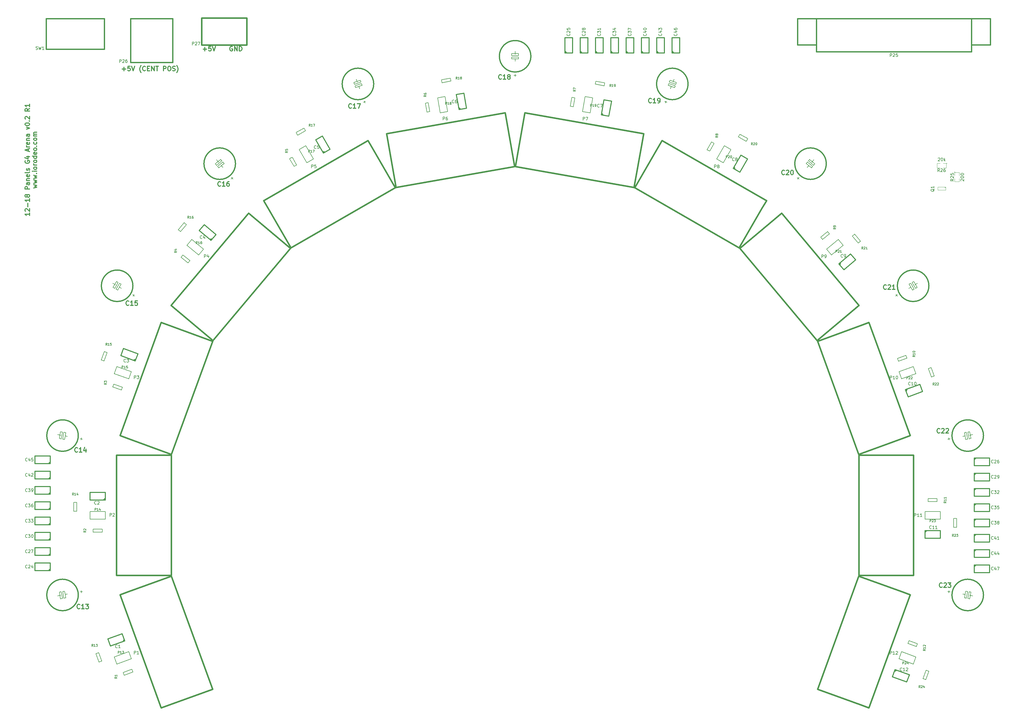
<source format=gto>
G04 (created by PCBNEW (2013-jul-07)-stable) date Mon 30 Nov 2015 09:20:55 AM PST*
%MOIN*%
G04 Gerber Fmt 3.4, Leading zero omitted, Abs format*
%FSLAX34Y34*%
G01*
G70*
G90*
G04 APERTURE LIST*
%ADD10C,0.00590551*%
%ADD11C,0.011811*%
%ADD12C,0.012*%
%ADD13C,0.015*%
%ADD14C,0.0031*%
%ADD15C,0.0039*%
%ADD16C,0.006*%
%ADD17C,0.02*%
%ADD18C,0.008*%
G04 APERTURE END LIST*
G54D10*
G54D11*
X16539Y-50446D02*
X16539Y-50783D01*
X16539Y-50614D02*
X15948Y-50614D01*
X16032Y-50670D01*
X16089Y-50727D01*
X16117Y-50783D01*
X16004Y-50221D02*
X15976Y-50192D01*
X15948Y-50136D01*
X15948Y-49996D01*
X15976Y-49939D01*
X16004Y-49911D01*
X16060Y-49883D01*
X16117Y-49883D01*
X16201Y-49911D01*
X16539Y-50249D01*
X16539Y-49883D01*
X16314Y-49630D02*
X16314Y-49180D01*
X16539Y-48589D02*
X16539Y-48927D01*
X16539Y-48758D02*
X15948Y-48758D01*
X16032Y-48814D01*
X16089Y-48871D01*
X16117Y-48927D01*
X16201Y-48252D02*
X16173Y-48308D01*
X16145Y-48336D01*
X16089Y-48365D01*
X16060Y-48365D01*
X16004Y-48336D01*
X15976Y-48308D01*
X15948Y-48252D01*
X15948Y-48140D01*
X15976Y-48083D01*
X16004Y-48055D01*
X16060Y-48027D01*
X16089Y-48027D01*
X16145Y-48055D01*
X16173Y-48083D01*
X16201Y-48140D01*
X16201Y-48252D01*
X16229Y-48308D01*
X16257Y-48336D01*
X16314Y-48365D01*
X16426Y-48365D01*
X16482Y-48336D01*
X16510Y-48308D01*
X16539Y-48252D01*
X16539Y-48140D01*
X16510Y-48083D01*
X16482Y-48055D01*
X16426Y-48027D01*
X16314Y-48027D01*
X16257Y-48055D01*
X16229Y-48083D01*
X16201Y-48140D01*
X16539Y-47324D02*
X15948Y-47324D01*
X15948Y-47099D01*
X15976Y-47043D01*
X16004Y-47015D01*
X16060Y-46987D01*
X16145Y-46987D01*
X16201Y-47015D01*
X16229Y-47043D01*
X16257Y-47099D01*
X16257Y-47324D01*
X16539Y-46480D02*
X16229Y-46480D01*
X16173Y-46508D01*
X16145Y-46565D01*
X16145Y-46677D01*
X16173Y-46733D01*
X16510Y-46480D02*
X16539Y-46537D01*
X16539Y-46677D01*
X16510Y-46733D01*
X16454Y-46762D01*
X16398Y-46762D01*
X16342Y-46733D01*
X16314Y-46677D01*
X16314Y-46537D01*
X16285Y-46480D01*
X16145Y-46199D02*
X16539Y-46199D01*
X16201Y-46199D02*
X16173Y-46171D01*
X16145Y-46115D01*
X16145Y-46030D01*
X16173Y-45974D01*
X16229Y-45946D01*
X16539Y-45946D01*
X16510Y-45440D02*
X16539Y-45496D01*
X16539Y-45609D01*
X16510Y-45665D01*
X16454Y-45693D01*
X16229Y-45693D01*
X16173Y-45665D01*
X16145Y-45609D01*
X16145Y-45496D01*
X16173Y-45440D01*
X16229Y-45412D01*
X16285Y-45412D01*
X16342Y-45693D01*
X16539Y-45074D02*
X16510Y-45131D01*
X16454Y-45159D01*
X15948Y-45159D01*
X16510Y-44877D02*
X16539Y-44821D01*
X16539Y-44709D01*
X16510Y-44652D01*
X16454Y-44624D01*
X16426Y-44624D01*
X16370Y-44652D01*
X16342Y-44709D01*
X16342Y-44793D01*
X16314Y-44849D01*
X16257Y-44877D01*
X16229Y-44877D01*
X16173Y-44849D01*
X16145Y-44793D01*
X16145Y-44709D01*
X16173Y-44652D01*
X15976Y-43612D02*
X15948Y-43668D01*
X15948Y-43753D01*
X15976Y-43837D01*
X16032Y-43893D01*
X16089Y-43921D01*
X16201Y-43949D01*
X16285Y-43949D01*
X16398Y-43921D01*
X16454Y-43893D01*
X16510Y-43837D01*
X16539Y-43753D01*
X16539Y-43696D01*
X16510Y-43612D01*
X16482Y-43584D01*
X16285Y-43584D01*
X16285Y-43696D01*
X16145Y-43078D02*
X16539Y-43078D01*
X15920Y-43218D02*
X16342Y-43359D01*
X16342Y-42993D01*
X16370Y-42347D02*
X16370Y-42065D01*
X16539Y-42403D02*
X15948Y-42206D01*
X16539Y-42009D01*
X16539Y-41812D02*
X16145Y-41812D01*
X16257Y-41812D02*
X16201Y-41784D01*
X16173Y-41756D01*
X16145Y-41700D01*
X16145Y-41643D01*
X16510Y-41222D02*
X16539Y-41278D01*
X16539Y-41390D01*
X16510Y-41447D01*
X16454Y-41475D01*
X16229Y-41475D01*
X16173Y-41447D01*
X16145Y-41390D01*
X16145Y-41278D01*
X16173Y-41222D01*
X16229Y-41194D01*
X16285Y-41194D01*
X16342Y-41475D01*
X16145Y-40940D02*
X16539Y-40940D01*
X16201Y-40940D02*
X16173Y-40912D01*
X16145Y-40856D01*
X16145Y-40772D01*
X16173Y-40715D01*
X16229Y-40687D01*
X16539Y-40687D01*
X16539Y-40153D02*
X16229Y-40153D01*
X16173Y-40181D01*
X16145Y-40237D01*
X16145Y-40350D01*
X16173Y-40406D01*
X16510Y-40153D02*
X16539Y-40209D01*
X16539Y-40350D01*
X16510Y-40406D01*
X16454Y-40434D01*
X16398Y-40434D01*
X16342Y-40406D01*
X16314Y-40350D01*
X16314Y-40209D01*
X16285Y-40153D01*
X16145Y-39478D02*
X16539Y-39338D01*
X16145Y-39197D01*
X15948Y-38859D02*
X15948Y-38803D01*
X15976Y-38747D01*
X16004Y-38719D01*
X16060Y-38691D01*
X16173Y-38663D01*
X16314Y-38663D01*
X16426Y-38691D01*
X16482Y-38719D01*
X16510Y-38747D01*
X16539Y-38803D01*
X16539Y-38859D01*
X16510Y-38916D01*
X16482Y-38944D01*
X16426Y-38972D01*
X16314Y-39000D01*
X16173Y-39000D01*
X16060Y-38972D01*
X16004Y-38944D01*
X15976Y-38916D01*
X15948Y-38859D01*
X16482Y-38410D02*
X16510Y-38381D01*
X16539Y-38410D01*
X16510Y-38438D01*
X16482Y-38410D01*
X16539Y-38410D01*
X16004Y-38156D02*
X15976Y-38128D01*
X15948Y-38072D01*
X15948Y-37931D01*
X15976Y-37875D01*
X16004Y-37847D01*
X16060Y-37819D01*
X16117Y-37819D01*
X16201Y-37847D01*
X16539Y-38185D01*
X16539Y-37819D01*
X16539Y-36778D02*
X16257Y-36975D01*
X16539Y-37116D02*
X15948Y-37116D01*
X15948Y-36891D01*
X15976Y-36835D01*
X16004Y-36807D01*
X16060Y-36778D01*
X16145Y-36778D01*
X16201Y-36807D01*
X16229Y-36835D01*
X16257Y-36891D01*
X16257Y-37116D01*
X16539Y-36216D02*
X16539Y-36553D01*
X16539Y-36385D02*
X15948Y-36385D01*
X16032Y-36441D01*
X16089Y-36497D01*
X16117Y-36553D01*
X17090Y-47183D02*
X17483Y-47071D01*
X17202Y-46958D01*
X17483Y-46846D01*
X17090Y-46733D01*
X17090Y-46565D02*
X17483Y-46452D01*
X17202Y-46340D01*
X17483Y-46227D01*
X17090Y-46115D01*
X17090Y-45946D02*
X17483Y-45834D01*
X17202Y-45721D01*
X17483Y-45609D01*
X17090Y-45496D01*
X17427Y-45271D02*
X17455Y-45243D01*
X17483Y-45271D01*
X17455Y-45299D01*
X17427Y-45271D01*
X17483Y-45271D01*
X17483Y-44990D02*
X17090Y-44990D01*
X16893Y-44990D02*
X16921Y-45018D01*
X16949Y-44990D01*
X16921Y-44962D01*
X16893Y-44990D01*
X16949Y-44990D01*
X17483Y-44624D02*
X17455Y-44681D01*
X17427Y-44709D01*
X17371Y-44737D01*
X17202Y-44737D01*
X17146Y-44709D01*
X17118Y-44681D01*
X17090Y-44624D01*
X17090Y-44540D01*
X17118Y-44484D01*
X17146Y-44456D01*
X17202Y-44428D01*
X17371Y-44428D01*
X17427Y-44456D01*
X17455Y-44484D01*
X17483Y-44540D01*
X17483Y-44624D01*
X17483Y-44174D02*
X17090Y-44174D01*
X17202Y-44174D02*
X17146Y-44146D01*
X17118Y-44118D01*
X17090Y-44062D01*
X17090Y-44006D01*
X17483Y-43724D02*
X17455Y-43781D01*
X17427Y-43809D01*
X17371Y-43837D01*
X17202Y-43837D01*
X17146Y-43809D01*
X17118Y-43781D01*
X17090Y-43724D01*
X17090Y-43640D01*
X17118Y-43584D01*
X17146Y-43556D01*
X17202Y-43528D01*
X17371Y-43528D01*
X17427Y-43556D01*
X17455Y-43584D01*
X17483Y-43640D01*
X17483Y-43724D01*
X17483Y-43021D02*
X16893Y-43021D01*
X17455Y-43021D02*
X17483Y-43078D01*
X17483Y-43190D01*
X17455Y-43246D01*
X17427Y-43275D01*
X17371Y-43303D01*
X17202Y-43303D01*
X17146Y-43275D01*
X17118Y-43246D01*
X17090Y-43190D01*
X17090Y-43078D01*
X17118Y-43021D01*
X17455Y-42515D02*
X17483Y-42571D01*
X17483Y-42684D01*
X17455Y-42740D01*
X17399Y-42768D01*
X17174Y-42768D01*
X17118Y-42740D01*
X17090Y-42684D01*
X17090Y-42571D01*
X17118Y-42515D01*
X17174Y-42487D01*
X17230Y-42487D01*
X17287Y-42768D01*
X17483Y-42150D02*
X17455Y-42206D01*
X17427Y-42234D01*
X17371Y-42262D01*
X17202Y-42262D01*
X17146Y-42234D01*
X17118Y-42206D01*
X17090Y-42150D01*
X17090Y-42065D01*
X17118Y-42009D01*
X17146Y-41981D01*
X17202Y-41953D01*
X17371Y-41953D01*
X17427Y-41981D01*
X17455Y-42009D01*
X17483Y-42065D01*
X17483Y-42150D01*
X17427Y-41700D02*
X17455Y-41672D01*
X17483Y-41700D01*
X17455Y-41728D01*
X17427Y-41700D01*
X17483Y-41700D01*
X17455Y-41165D02*
X17483Y-41222D01*
X17483Y-41334D01*
X17455Y-41390D01*
X17427Y-41419D01*
X17371Y-41447D01*
X17202Y-41447D01*
X17146Y-41419D01*
X17118Y-41390D01*
X17090Y-41334D01*
X17090Y-41222D01*
X17118Y-41165D01*
X17483Y-40828D02*
X17455Y-40884D01*
X17427Y-40912D01*
X17371Y-40940D01*
X17202Y-40940D01*
X17146Y-40912D01*
X17118Y-40884D01*
X17090Y-40828D01*
X17090Y-40744D01*
X17118Y-40687D01*
X17146Y-40659D01*
X17202Y-40631D01*
X17371Y-40631D01*
X17427Y-40659D01*
X17455Y-40687D01*
X17483Y-40744D01*
X17483Y-40828D01*
X17483Y-40378D02*
X17090Y-40378D01*
X17146Y-40378D02*
X17118Y-40350D01*
X17090Y-40294D01*
X17090Y-40209D01*
X17118Y-40153D01*
X17174Y-40125D01*
X17483Y-40125D01*
X17174Y-40125D02*
X17118Y-40097D01*
X17090Y-40041D01*
X17090Y-39956D01*
X17118Y-39900D01*
X17174Y-39872D01*
X17483Y-39872D01*
G54D12*
X28657Y-31614D02*
X29114Y-31614D01*
X28885Y-31842D02*
X28885Y-31385D01*
X29685Y-31242D02*
X29400Y-31242D01*
X29371Y-31528D01*
X29400Y-31500D01*
X29457Y-31471D01*
X29600Y-31471D01*
X29657Y-31500D01*
X29685Y-31528D01*
X29714Y-31585D01*
X29714Y-31728D01*
X29685Y-31785D01*
X29657Y-31814D01*
X29600Y-31842D01*
X29457Y-31842D01*
X29400Y-31814D01*
X29371Y-31785D01*
X29885Y-31242D02*
X30085Y-31842D01*
X30285Y-31242D01*
X31114Y-32071D02*
X31085Y-32042D01*
X31028Y-31957D01*
X31000Y-31900D01*
X30971Y-31814D01*
X30942Y-31671D01*
X30942Y-31557D01*
X30971Y-31414D01*
X31000Y-31328D01*
X31028Y-31271D01*
X31085Y-31185D01*
X31114Y-31157D01*
X31685Y-31785D02*
X31657Y-31814D01*
X31571Y-31842D01*
X31514Y-31842D01*
X31428Y-31814D01*
X31371Y-31757D01*
X31342Y-31700D01*
X31314Y-31585D01*
X31314Y-31500D01*
X31342Y-31385D01*
X31371Y-31328D01*
X31428Y-31271D01*
X31514Y-31242D01*
X31571Y-31242D01*
X31657Y-31271D01*
X31685Y-31300D01*
X31942Y-31528D02*
X32142Y-31528D01*
X32228Y-31842D02*
X31942Y-31842D01*
X31942Y-31242D01*
X32228Y-31242D01*
X32485Y-31842D02*
X32485Y-31242D01*
X32828Y-31842D01*
X32828Y-31242D01*
X33028Y-31242D02*
X33371Y-31242D01*
X33200Y-31842D02*
X33200Y-31242D01*
X34028Y-31842D02*
X34028Y-31242D01*
X34257Y-31242D01*
X34314Y-31271D01*
X34342Y-31300D01*
X34371Y-31357D01*
X34371Y-31442D01*
X34342Y-31500D01*
X34314Y-31528D01*
X34257Y-31557D01*
X34028Y-31557D01*
X34742Y-31242D02*
X34857Y-31242D01*
X34914Y-31271D01*
X34971Y-31328D01*
X35000Y-31442D01*
X35000Y-31642D01*
X34971Y-31757D01*
X34914Y-31814D01*
X34857Y-31842D01*
X34742Y-31842D01*
X34685Y-31814D01*
X34628Y-31757D01*
X34600Y-31642D01*
X34600Y-31442D01*
X34628Y-31328D01*
X34685Y-31271D01*
X34742Y-31242D01*
X35228Y-31814D02*
X35314Y-31842D01*
X35457Y-31842D01*
X35514Y-31814D01*
X35542Y-31785D01*
X35571Y-31728D01*
X35571Y-31671D01*
X35542Y-31614D01*
X35514Y-31585D01*
X35457Y-31557D01*
X35342Y-31528D01*
X35285Y-31500D01*
X35257Y-31471D01*
X35228Y-31414D01*
X35228Y-31357D01*
X35257Y-31300D01*
X35285Y-31271D01*
X35342Y-31242D01*
X35485Y-31242D01*
X35571Y-31271D01*
X35771Y-32071D02*
X35800Y-32042D01*
X35857Y-31957D01*
X35885Y-31900D01*
X35914Y-31814D01*
X35942Y-31671D01*
X35942Y-31557D01*
X35914Y-31414D01*
X35885Y-31328D01*
X35857Y-31271D01*
X35800Y-31185D01*
X35771Y-31157D01*
X43042Y-28671D02*
X42985Y-28642D01*
X42900Y-28642D01*
X42814Y-28671D01*
X42757Y-28728D01*
X42728Y-28785D01*
X42700Y-28900D01*
X42700Y-28985D01*
X42728Y-29100D01*
X42757Y-29157D01*
X42814Y-29214D01*
X42900Y-29242D01*
X42957Y-29242D01*
X43042Y-29214D01*
X43071Y-29185D01*
X43071Y-28985D01*
X42957Y-28985D01*
X43328Y-29242D02*
X43328Y-28642D01*
X43671Y-29242D01*
X43671Y-28642D01*
X43957Y-29242D02*
X43957Y-28642D01*
X44100Y-28642D01*
X44185Y-28671D01*
X44242Y-28728D01*
X44271Y-28785D01*
X44300Y-28900D01*
X44300Y-28985D01*
X44271Y-29100D01*
X44242Y-29157D01*
X44185Y-29214D01*
X44100Y-29242D01*
X43957Y-29242D01*
X39228Y-29014D02*
X39685Y-29014D01*
X39457Y-29242D02*
X39457Y-28785D01*
X40257Y-28642D02*
X39971Y-28642D01*
X39942Y-28928D01*
X39971Y-28900D01*
X40028Y-28871D01*
X40171Y-28871D01*
X40228Y-28900D01*
X40257Y-28928D01*
X40285Y-28985D01*
X40285Y-29128D01*
X40257Y-29185D01*
X40228Y-29214D01*
X40171Y-29242D01*
X40028Y-29242D01*
X39971Y-29214D01*
X39942Y-29185D01*
X40457Y-28642D02*
X40657Y-29242D01*
X40857Y-28642D01*
G54D13*
X139637Y-28444D02*
X139637Y-29330D01*
X139637Y-29330D02*
X119460Y-29330D01*
X119460Y-29330D02*
X119362Y-29330D01*
X119362Y-29330D02*
X119362Y-28444D01*
X119362Y-28444D02*
X116901Y-28444D01*
X142098Y-28444D02*
X139637Y-28444D01*
X119362Y-25000D02*
X119362Y-28444D01*
X139637Y-25000D02*
X139637Y-28444D01*
X116901Y-25000D02*
X116901Y-28444D01*
X142098Y-25000D02*
X142098Y-28444D01*
X142098Y-25000D02*
X116901Y-25000D01*
G54D14*
X136275Y-47112D02*
G75*
G03X136275Y-47112I-62J0D01*
G74*
G01*
X135250Y-47450D02*
X135250Y-47050D01*
X136275Y-47450D02*
X136275Y-47050D01*
X135250Y-47050D02*
X136275Y-47050D01*
X136275Y-47450D02*
X135250Y-47450D01*
G54D15*
X137500Y-45100D02*
G75*
G03X137500Y-45100I-50J0D01*
G74*
G01*
X137450Y-45550D02*
X137450Y-45150D01*
X137450Y-45150D02*
X138050Y-45150D01*
X138050Y-45150D02*
X138050Y-45550D01*
X138050Y-45950D02*
X138050Y-46350D01*
X138050Y-46350D02*
X137450Y-46350D01*
X137450Y-46350D02*
X137450Y-45950D01*
X136450Y-43950D02*
G75*
G03X136450Y-43950I-50J0D01*
G74*
G01*
X135950Y-43950D02*
X136350Y-43950D01*
X136350Y-43950D02*
X136350Y-44550D01*
X136350Y-44550D02*
X135950Y-44550D01*
X135550Y-44550D02*
X135150Y-44550D01*
X135150Y-44550D02*
X135150Y-43950D01*
X135150Y-43950D02*
X135550Y-43950D01*
G54D13*
X26300Y-29000D02*
X18700Y-29000D01*
X18700Y-29000D02*
X18700Y-25000D01*
X18700Y-25000D02*
X26300Y-25000D01*
X26300Y-25000D02*
X26300Y-29000D01*
G54D10*
X36589Y-55928D02*
X36336Y-56229D01*
X36336Y-56229D02*
X37241Y-56989D01*
X37241Y-56989D02*
X37494Y-56687D01*
X37494Y-56687D02*
X36589Y-55928D01*
X124828Y-54378D02*
X125130Y-54125D01*
X125130Y-54125D02*
X124371Y-53221D01*
X124371Y-53221D02*
X124069Y-53474D01*
X124069Y-53474D02*
X124828Y-54378D01*
X68646Y-35996D02*
X68259Y-36064D01*
X68259Y-36064D02*
X68464Y-37227D01*
X68464Y-37227D02*
X68851Y-37159D01*
X68851Y-37159D02*
X68646Y-35996D01*
X110213Y-41065D02*
X110409Y-40724D01*
X110409Y-40724D02*
X109386Y-40134D01*
X109386Y-40134D02*
X109190Y-40475D01*
X109190Y-40475D02*
X110213Y-41065D01*
X134417Y-71922D02*
X134786Y-71787D01*
X134786Y-71787D02*
X134382Y-70677D01*
X134382Y-70677D02*
X134013Y-70812D01*
X134013Y-70812D02*
X134417Y-71922D01*
X91647Y-33796D02*
X91715Y-33408D01*
X91715Y-33408D02*
X90552Y-33203D01*
X90552Y-33203D02*
X90484Y-33591D01*
X90484Y-33591D02*
X91647Y-33796D01*
X87801Y-35369D02*
X87414Y-35301D01*
X87414Y-35301D02*
X87209Y-36464D01*
X87209Y-36464D02*
X87596Y-36533D01*
X87596Y-36533D02*
X87801Y-35369D01*
X50861Y-43136D02*
X50520Y-43333D01*
X50520Y-43333D02*
X51110Y-44355D01*
X51110Y-44355D02*
X51451Y-44159D01*
X51451Y-44159D02*
X50861Y-43136D01*
X137303Y-91590D02*
X137696Y-91590D01*
X137696Y-91590D02*
X137696Y-90409D01*
X137696Y-90409D02*
X137303Y-90409D01*
X137303Y-90409D02*
X137303Y-91590D01*
X133313Y-111387D02*
X133682Y-111522D01*
X133682Y-111522D02*
X134086Y-110412D01*
X134086Y-110412D02*
X133717Y-110277D01*
X133717Y-110277D02*
X133313Y-111387D01*
X28788Y-110558D02*
X28922Y-110928D01*
X28922Y-110928D02*
X30032Y-110524D01*
X30032Y-110524D02*
X29897Y-110154D01*
X29897Y-110154D02*
X28788Y-110558D01*
X24845Y-91803D02*
X24845Y-92196D01*
X24845Y-92196D02*
X26026Y-92196D01*
X26026Y-92196D02*
X26026Y-91803D01*
X26026Y-91803D02*
X24845Y-91803D01*
X27554Y-72830D02*
X27420Y-73200D01*
X27420Y-73200D02*
X28529Y-73604D01*
X28529Y-73604D02*
X28664Y-73234D01*
X28664Y-73234D02*
X27554Y-72830D01*
X52609Y-39675D02*
X52413Y-39334D01*
X52413Y-39334D02*
X51390Y-39924D01*
X51390Y-39924D02*
X51586Y-40265D01*
X51586Y-40265D02*
X52609Y-39675D01*
X37030Y-51974D02*
X36728Y-51721D01*
X36728Y-51721D02*
X35969Y-52625D01*
X35969Y-52625D02*
X36271Y-52878D01*
X36271Y-52878D02*
X37030Y-51974D01*
X26686Y-68712D02*
X26317Y-68577D01*
X26317Y-68577D02*
X25913Y-69687D01*
X25913Y-69687D02*
X26282Y-69822D01*
X26282Y-69822D02*
X26686Y-68712D01*
X22696Y-88309D02*
X22303Y-88309D01*
X22303Y-88309D02*
X22303Y-89490D01*
X22303Y-89490D02*
X22696Y-89490D01*
X22696Y-89490D02*
X22696Y-88309D01*
X25582Y-107977D02*
X25213Y-108112D01*
X25213Y-108112D02*
X25617Y-109222D01*
X25617Y-109222D02*
X25986Y-109087D01*
X25986Y-109087D02*
X25582Y-107977D01*
X131212Y-69441D02*
X131077Y-69071D01*
X131077Y-69071D02*
X129967Y-69475D01*
X129967Y-69475D02*
X130102Y-69845D01*
X130102Y-69845D02*
X131212Y-69441D01*
X135154Y-88196D02*
X135154Y-87803D01*
X135154Y-87803D02*
X133973Y-87803D01*
X133973Y-87803D02*
X133973Y-88196D01*
X133973Y-88196D02*
X135154Y-88196D01*
X71615Y-33191D02*
X71547Y-32803D01*
X71547Y-32803D02*
X70384Y-33008D01*
X70384Y-33008D02*
X70452Y-33396D01*
X70452Y-33396D02*
X71615Y-33191D01*
X121091Y-53165D02*
X120838Y-52864D01*
X120838Y-52864D02*
X119934Y-53623D01*
X119934Y-53623D02*
X120187Y-53924D01*
X120187Y-53924D02*
X121091Y-53165D01*
X132445Y-107169D02*
X132580Y-106799D01*
X132580Y-106799D02*
X131470Y-106395D01*
X131470Y-106395D02*
X131335Y-106765D01*
X131335Y-106765D02*
X132445Y-107169D01*
X106015Y-41333D02*
X105674Y-41136D01*
X105674Y-41136D02*
X105084Y-42159D01*
X105084Y-42159D02*
X105425Y-42355D01*
X105425Y-42355D02*
X106015Y-41333D01*
G54D16*
X135564Y-89500D02*
X135564Y-90500D01*
X135564Y-90500D02*
X133564Y-90500D01*
X133564Y-90500D02*
X133564Y-89500D01*
X133564Y-89500D02*
X135564Y-89500D01*
X51784Y-42130D02*
X52650Y-41630D01*
X52650Y-41630D02*
X53650Y-43362D01*
X53650Y-43362D02*
X52784Y-43862D01*
X52784Y-43862D02*
X51784Y-42130D01*
X69859Y-35366D02*
X70843Y-35193D01*
X70843Y-35193D02*
X71191Y-37162D01*
X71191Y-37162D02*
X70206Y-37336D01*
X70206Y-37336D02*
X69859Y-35366D01*
X89156Y-35193D02*
X90140Y-35366D01*
X90140Y-35366D02*
X89793Y-37336D01*
X89793Y-37336D02*
X88808Y-37162D01*
X88808Y-37162D02*
X89156Y-35193D01*
X37113Y-54667D02*
X37756Y-53900D01*
X37756Y-53900D02*
X39288Y-55186D01*
X39288Y-55186D02*
X38645Y-55952D01*
X38645Y-55952D02*
X37113Y-54667D01*
X27957Y-109474D02*
X27615Y-108534D01*
X27615Y-108534D02*
X29494Y-107850D01*
X29494Y-107850D02*
X29837Y-108790D01*
X29837Y-108790D02*
X27957Y-109474D01*
X132384Y-108534D02*
X132042Y-109474D01*
X132042Y-109474D02*
X130162Y-108790D01*
X130162Y-108790D02*
X130504Y-107850D01*
X130504Y-107850D02*
X132384Y-108534D01*
X132042Y-70525D02*
X132384Y-71465D01*
X132384Y-71465D02*
X130504Y-72149D01*
X130504Y-72149D02*
X130162Y-71209D01*
X130162Y-71209D02*
X132042Y-70525D01*
X122243Y-53900D02*
X122886Y-54667D01*
X122886Y-54667D02*
X121354Y-55952D01*
X121354Y-55952D02*
X120711Y-55186D01*
X120711Y-55186D02*
X122243Y-53900D01*
X27615Y-71465D02*
X27957Y-70525D01*
X27957Y-70525D02*
X29837Y-71209D01*
X29837Y-71209D02*
X29494Y-72149D01*
X29494Y-72149D02*
X27615Y-71465D01*
X107349Y-41630D02*
X108215Y-42130D01*
X108215Y-42130D02*
X107215Y-43862D01*
X107215Y-43862D02*
X106349Y-43362D01*
X106349Y-43362D02*
X107349Y-41630D01*
X24435Y-90500D02*
X24435Y-89500D01*
X24435Y-89500D02*
X26435Y-89500D01*
X26435Y-89500D02*
X26435Y-90500D01*
X26435Y-90500D02*
X24435Y-90500D01*
G54D17*
X98650Y-41948D02*
X95648Y-47147D01*
X95648Y-47147D02*
X109286Y-55022D01*
X109286Y-55022D02*
X112288Y-49822D01*
X112288Y-49822D02*
X112859Y-48833D01*
X112859Y-48833D02*
X99221Y-40959D01*
X99221Y-40959D02*
X98650Y-41948D01*
X130560Y-100023D02*
X124918Y-97969D01*
X124918Y-97969D02*
X119532Y-112768D01*
X119532Y-112768D02*
X125174Y-114821D01*
X125174Y-114821D02*
X126247Y-115212D01*
X126247Y-115212D02*
X131633Y-100413D01*
X131633Y-100413D02*
X130560Y-100023D01*
X130939Y-82125D02*
X124935Y-82125D01*
X124935Y-82125D02*
X124935Y-97874D01*
X124935Y-97874D02*
X130939Y-97874D01*
X130939Y-97874D02*
X132081Y-97874D01*
X132081Y-97874D02*
X132081Y-82125D01*
X132081Y-82125D02*
X130939Y-82125D01*
X125174Y-65178D02*
X119532Y-67231D01*
X119532Y-67231D02*
X124918Y-82030D01*
X124918Y-82030D02*
X130560Y-79976D01*
X130560Y-79976D02*
X131633Y-79586D01*
X131633Y-79586D02*
X126247Y-64787D01*
X126247Y-64787D02*
X125174Y-65178D01*
X113960Y-51224D02*
X109361Y-55084D01*
X109361Y-55084D02*
X119483Y-67147D01*
X119483Y-67147D02*
X124082Y-63288D01*
X124082Y-63288D02*
X124957Y-62554D01*
X124957Y-62554D02*
X114834Y-50490D01*
X114834Y-50490D02*
X113960Y-51224D01*
X81091Y-38467D02*
X80048Y-44380D01*
X80048Y-44380D02*
X95557Y-47114D01*
X95557Y-47114D02*
X96600Y-41201D01*
X96600Y-41201D02*
X96798Y-40077D01*
X96798Y-40077D02*
X81289Y-37342D01*
X81289Y-37342D02*
X81091Y-38467D01*
X63399Y-41201D02*
X64442Y-47114D01*
X64442Y-47114D02*
X79951Y-44380D01*
X79951Y-44380D02*
X78908Y-38467D01*
X78908Y-38467D02*
X78710Y-37342D01*
X78710Y-37342D02*
X63201Y-40077D01*
X63201Y-40077D02*
X63399Y-41201D01*
X47711Y-49822D02*
X50713Y-55022D01*
X50713Y-55022D02*
X64351Y-47147D01*
X64351Y-47147D02*
X61349Y-41948D01*
X61349Y-41948D02*
X60778Y-40959D01*
X60778Y-40959D02*
X47140Y-48833D01*
X47140Y-48833D02*
X47711Y-49822D01*
X35917Y-63288D02*
X40516Y-67147D01*
X40516Y-67147D02*
X50638Y-55084D01*
X50638Y-55084D02*
X46039Y-51224D01*
X46039Y-51224D02*
X45165Y-50490D01*
X45165Y-50490D02*
X35042Y-62554D01*
X35042Y-62554D02*
X35917Y-63288D01*
X29439Y-79976D02*
X35081Y-82030D01*
X35081Y-82030D02*
X40467Y-67231D01*
X40467Y-67231D02*
X34825Y-65178D01*
X34825Y-65178D02*
X33752Y-64787D01*
X33752Y-64787D02*
X28366Y-79586D01*
X28366Y-79586D02*
X29439Y-79976D01*
X29060Y-97874D02*
X35064Y-97874D01*
X35064Y-97874D02*
X35064Y-82125D01*
X35064Y-82125D02*
X29060Y-82125D01*
X29060Y-82125D02*
X27918Y-82125D01*
X27918Y-82125D02*
X27918Y-97874D01*
X27918Y-97874D02*
X29060Y-97874D01*
X34825Y-114821D02*
X40467Y-112768D01*
X40467Y-112768D02*
X35081Y-97969D01*
X35081Y-97969D02*
X29439Y-100023D01*
X29439Y-100023D02*
X28366Y-100413D01*
X28366Y-100413D02*
X33752Y-115212D01*
X33752Y-115212D02*
X34825Y-114821D01*
G54D13*
X29750Y-25000D02*
X35250Y-25000D01*
X35250Y-25000D02*
X35250Y-30750D01*
X35250Y-30750D02*
X29750Y-30750D01*
X29750Y-30750D02*
X29750Y-25000D01*
X82061Y-29935D02*
G75*
G03X82061Y-29935I-2061J0D01*
G74*
G01*
G54D18*
X80450Y-29835D02*
X80450Y-29585D01*
X80450Y-29585D02*
X79550Y-29585D01*
X79550Y-29835D02*
X79550Y-29585D01*
X80450Y-29835D02*
X79550Y-29835D01*
G54D16*
X80000Y-30385D02*
X80000Y-30285D01*
X80000Y-30285D02*
X80450Y-30285D01*
X80450Y-30285D02*
X80450Y-30035D01*
X80450Y-30035D02*
X79550Y-30035D01*
X79550Y-30035D02*
X79550Y-30285D01*
X79550Y-30285D02*
X80000Y-30285D01*
X80000Y-29685D02*
X80000Y-29485D01*
X79850Y-32435D02*
X80150Y-32435D01*
X80000Y-32285D02*
X80000Y-32585D01*
X80000Y-29485D02*
X80000Y-29285D01*
X80000Y-30585D02*
X80000Y-30385D01*
G54D13*
X22909Y-100429D02*
G75*
G03X22909Y-100429I-2061J0D01*
G74*
G01*
G54D18*
X20671Y-100004D02*
X20425Y-100047D01*
X20425Y-100047D02*
X20581Y-100933D01*
X20827Y-100890D02*
X20581Y-100933D01*
X20671Y-100004D02*
X20827Y-100890D01*
G54D16*
X21291Y-100351D02*
X21192Y-100369D01*
X21192Y-100369D02*
X21114Y-99925D01*
X21114Y-99925D02*
X20868Y-99969D01*
X20868Y-99969D02*
X21024Y-100855D01*
X21024Y-100855D02*
X21271Y-100812D01*
X21271Y-100812D02*
X21192Y-100369D01*
X20601Y-100473D02*
X20405Y-100508D01*
X23336Y-100143D02*
X23284Y-99848D01*
X23162Y-100021D02*
X23457Y-99969D01*
X20405Y-100508D02*
X20208Y-100542D01*
X21488Y-100317D02*
X21291Y-100351D01*
G54D13*
X22909Y-79570D02*
G75*
G03X22909Y-79570I-2061J0D01*
G74*
G01*
G54D18*
X20827Y-79109D02*
X20581Y-79066D01*
X20581Y-79066D02*
X20425Y-79952D01*
X20671Y-79995D02*
X20425Y-79952D01*
X20827Y-79109D02*
X20671Y-79995D01*
G54D16*
X21291Y-79648D02*
X21192Y-79630D01*
X21192Y-79630D02*
X21271Y-79187D01*
X21271Y-79187D02*
X21024Y-79144D01*
X21024Y-79144D02*
X20868Y-80030D01*
X20868Y-80030D02*
X21114Y-80074D01*
X21114Y-80074D02*
X21192Y-79630D01*
X20601Y-79526D02*
X20405Y-79491D01*
X23284Y-80151D02*
X23336Y-79856D01*
X23162Y-79978D02*
X23457Y-80030D01*
X20405Y-79491D02*
X20208Y-79457D01*
X21488Y-79682D02*
X21291Y-79648D01*
G54D13*
X30044Y-59967D02*
G75*
G03X30044Y-59967I-2061J0D01*
G74*
G01*
G54D18*
X28121Y-59528D02*
X27904Y-59403D01*
X27904Y-59403D02*
X27454Y-60182D01*
X27671Y-60307D02*
X27454Y-60182D01*
X28121Y-59528D02*
X27671Y-60307D01*
G54D16*
X28372Y-60192D02*
X28285Y-60142D01*
X28285Y-60142D02*
X28510Y-59753D01*
X28510Y-59753D02*
X28294Y-59628D01*
X28294Y-59628D02*
X27844Y-60407D01*
X27844Y-60407D02*
X28060Y-60532D01*
X28060Y-60532D02*
X28285Y-60142D01*
X27766Y-59842D02*
X27593Y-59742D01*
X30072Y-61347D02*
X30222Y-61087D01*
X30017Y-61142D02*
X30277Y-61292D01*
X27593Y-59742D02*
X27419Y-59642D01*
X28545Y-60292D02*
X28372Y-60192D01*
G54D13*
X43452Y-43988D02*
G75*
G03X43452Y-43988I-2061J0D01*
G74*
G01*
G54D18*
X41671Y-43622D02*
X41511Y-43430D01*
X41511Y-43430D02*
X40821Y-44009D01*
X40982Y-44200D02*
X40821Y-44009D01*
X41671Y-43622D02*
X40982Y-44200D01*
G54D16*
X41680Y-44332D02*
X41616Y-44256D01*
X41616Y-44256D02*
X41961Y-43967D01*
X41961Y-43967D02*
X41800Y-43775D01*
X41800Y-43775D02*
X41110Y-44354D01*
X41110Y-44354D02*
X41271Y-44545D01*
X41271Y-44545D02*
X41616Y-44256D01*
X41230Y-43796D02*
X41102Y-43643D01*
X42883Y-45999D02*
X43113Y-45806D01*
X42901Y-45788D02*
X43094Y-46018D01*
X41102Y-43643D02*
X40973Y-43490D01*
X41809Y-44486D02*
X41680Y-44332D01*
G54D13*
X61518Y-33557D02*
G75*
G03X61518Y-33557I-2061J0D01*
G74*
G01*
G54D18*
X59845Y-33310D02*
X59759Y-33075D01*
X59759Y-33075D02*
X58914Y-33383D01*
X58999Y-33617D02*
X58914Y-33383D01*
X59845Y-33310D02*
X58999Y-33617D01*
G54D16*
X59610Y-33980D02*
X59576Y-33886D01*
X59576Y-33886D02*
X59999Y-33732D01*
X59999Y-33732D02*
X59913Y-33498D01*
X59913Y-33498D02*
X59068Y-33805D01*
X59068Y-33805D02*
X59153Y-34040D01*
X59153Y-34040D02*
X59576Y-33886D01*
X59371Y-33323D02*
X59302Y-33135D01*
X60170Y-35958D02*
X60452Y-35855D01*
X60260Y-35766D02*
X60363Y-36048D01*
X59302Y-33135D02*
X59234Y-32947D01*
X59679Y-34168D02*
X59610Y-33980D01*
G54D12*
X30331Y-69793D02*
X28470Y-69116D01*
X28470Y-69116D02*
X28812Y-68176D01*
X28812Y-68176D02*
X30692Y-68860D01*
X30692Y-68860D02*
X30350Y-69800D01*
X30435Y-69565D02*
X30115Y-69714D01*
X28963Y-106447D02*
X27102Y-107124D01*
X27102Y-107124D02*
X26760Y-106185D01*
X26760Y-106185D02*
X28639Y-105501D01*
X28639Y-105501D02*
X28981Y-106440D01*
X28896Y-106205D02*
X28747Y-106526D01*
X26415Y-88000D02*
X24435Y-88000D01*
X24435Y-88000D02*
X24435Y-87000D01*
X24435Y-87000D02*
X26435Y-87000D01*
X26435Y-87000D02*
X26435Y-88000D01*
X26435Y-87750D02*
X26185Y-88000D01*
X131036Y-73552D02*
X132897Y-72875D01*
X132897Y-72875D02*
X133239Y-73814D01*
X133239Y-73814D02*
X131360Y-74498D01*
X131360Y-74498D02*
X131018Y-73559D01*
X131103Y-73794D02*
X131252Y-73473D01*
X40237Y-54024D02*
X38720Y-52752D01*
X38720Y-52752D02*
X39363Y-51986D01*
X39363Y-51986D02*
X40895Y-53271D01*
X40895Y-53271D02*
X40252Y-54037D01*
X40413Y-53846D02*
X40061Y-53876D01*
X54940Y-42594D02*
X53950Y-40880D01*
X53950Y-40880D02*
X54816Y-40380D01*
X54816Y-40380D02*
X55816Y-42112D01*
X55816Y-42112D02*
X54950Y-42612D01*
X55166Y-42487D02*
X54825Y-42395D01*
X72664Y-36882D02*
X72320Y-34932D01*
X72320Y-34932D02*
X73305Y-34758D01*
X73305Y-34758D02*
X73653Y-36728D01*
X73653Y-36728D02*
X72668Y-36902D01*
X72914Y-36858D02*
X72624Y-36655D01*
X91274Y-37577D02*
X91618Y-35627D01*
X91618Y-35627D02*
X92603Y-35800D01*
X92603Y-35800D02*
X92255Y-37770D01*
X92255Y-37770D02*
X91270Y-37596D01*
X91517Y-37640D02*
X91314Y-37350D01*
X129668Y-110206D02*
X131529Y-110883D01*
X131529Y-110883D02*
X131187Y-111823D01*
X131187Y-111823D02*
X129307Y-111139D01*
X129307Y-111139D02*
X129649Y-110199D01*
X129564Y-110434D02*
X129884Y-110285D01*
X108524Y-44594D02*
X109514Y-42880D01*
X109514Y-42880D02*
X110380Y-43380D01*
X110380Y-43380D02*
X109380Y-45112D01*
X109380Y-45112D02*
X108514Y-44612D01*
X108730Y-44737D02*
X108639Y-44395D01*
X133584Y-92000D02*
X135564Y-92000D01*
X135564Y-92000D02*
X135564Y-93000D01*
X135564Y-93000D02*
X133564Y-93000D01*
X133564Y-93000D02*
X133564Y-92000D01*
X133564Y-92250D02*
X133814Y-92000D01*
X122333Y-57088D02*
X123850Y-55815D01*
X123850Y-55815D02*
X124492Y-56581D01*
X124492Y-56581D02*
X122960Y-57867D01*
X122960Y-57867D02*
X122318Y-57101D01*
X122478Y-57293D02*
X122509Y-56940D01*
G54D17*
X39047Y-26500D02*
X39047Y-24925D01*
X39047Y-24925D02*
X44952Y-24925D01*
X44952Y-24925D02*
X44952Y-26500D01*
X44952Y-26500D02*
X44952Y-28468D01*
X44952Y-28468D02*
X39047Y-28468D01*
X39047Y-28468D02*
X39047Y-26500D01*
G54D13*
X102604Y-33557D02*
G75*
G03X102604Y-33557I-2061J0D01*
G74*
G01*
G54D18*
X101000Y-33617D02*
X101085Y-33383D01*
X101085Y-33383D02*
X100240Y-33075D01*
X100154Y-33310D02*
X100240Y-33075D01*
X101000Y-33617D02*
X100154Y-33310D01*
G54D16*
X100389Y-33980D02*
X100423Y-33886D01*
X100423Y-33886D02*
X100846Y-34040D01*
X100846Y-34040D02*
X100931Y-33805D01*
X100931Y-33805D02*
X100086Y-33498D01*
X100086Y-33498D02*
X100000Y-33732D01*
X100000Y-33732D02*
X100423Y-33886D01*
X100628Y-33323D02*
X100697Y-33135D01*
X99547Y-35855D02*
X99829Y-35958D01*
X99739Y-35766D02*
X99636Y-36048D01*
X100697Y-33135D02*
X100765Y-32947D01*
X100320Y-34168D02*
X100389Y-33980D01*
G54D13*
X120670Y-43988D02*
G75*
G03X120670Y-43988I-2061J0D01*
G74*
G01*
G54D18*
X119017Y-44200D02*
X119178Y-44009D01*
X119178Y-44009D02*
X118488Y-43430D01*
X118328Y-43622D02*
X118488Y-43430D01*
X119017Y-44200D02*
X118328Y-43622D01*
G54D16*
X118319Y-44332D02*
X118383Y-44256D01*
X118383Y-44256D02*
X118728Y-44545D01*
X118728Y-44545D02*
X118889Y-44354D01*
X118889Y-44354D02*
X118199Y-43775D01*
X118199Y-43775D02*
X118038Y-43967D01*
X118038Y-43967D02*
X118383Y-44256D01*
X118769Y-43796D02*
X118897Y-43643D01*
X116886Y-45806D02*
X117116Y-45999D01*
X117098Y-45788D02*
X116905Y-46018D01*
X118897Y-43643D02*
X119026Y-43490D01*
X118190Y-44486D02*
X118319Y-44332D01*
G54D13*
X134078Y-59967D02*
G75*
G03X134078Y-59967I-2061J0D01*
G74*
G01*
G54D18*
X132328Y-60307D02*
X132545Y-60182D01*
X132545Y-60182D02*
X132095Y-59403D01*
X131878Y-59528D02*
X132095Y-59403D01*
X132328Y-60307D02*
X131878Y-59528D01*
G54D16*
X131627Y-60192D02*
X131714Y-60142D01*
X131714Y-60142D02*
X131939Y-60532D01*
X131939Y-60532D02*
X132155Y-60407D01*
X132155Y-60407D02*
X131705Y-59628D01*
X131705Y-59628D02*
X131489Y-59753D01*
X131489Y-59753D02*
X131714Y-60142D01*
X132233Y-59842D02*
X132407Y-59742D01*
X129777Y-61087D02*
X129927Y-61347D01*
X129982Y-61142D02*
X129722Y-61292D01*
X132407Y-59742D02*
X132580Y-59642D01*
X131454Y-60292D02*
X131627Y-60192D01*
G54D13*
X141213Y-79570D02*
G75*
G03X141213Y-79570I-2061J0D01*
G74*
G01*
G54D18*
X139328Y-79995D02*
X139574Y-79952D01*
X139574Y-79952D02*
X139418Y-79066D01*
X139172Y-79109D02*
X139418Y-79066D01*
X139328Y-79995D02*
X139172Y-79109D01*
G54D16*
X138708Y-79648D02*
X138807Y-79630D01*
X138807Y-79630D02*
X138885Y-80074D01*
X138885Y-80074D02*
X139131Y-80030D01*
X139131Y-80030D02*
X138975Y-79144D01*
X138975Y-79144D02*
X138729Y-79187D01*
X138729Y-79187D02*
X138807Y-79630D01*
X139398Y-79526D02*
X139595Y-79491D01*
X136663Y-79856D02*
X136715Y-80151D01*
X136837Y-79978D02*
X136542Y-80030D01*
X139595Y-79491D02*
X139792Y-79457D01*
X138511Y-79682D02*
X138708Y-79648D01*
G54D13*
X141213Y-100429D02*
G75*
G03X141213Y-100429I-2061J0D01*
G74*
G01*
G54D18*
X139172Y-100890D02*
X139418Y-100933D01*
X139418Y-100933D02*
X139574Y-100047D01*
X139328Y-100004D02*
X139574Y-100047D01*
X139172Y-100890D02*
X139328Y-100004D01*
G54D16*
X138708Y-100351D02*
X138807Y-100369D01*
X138807Y-100369D02*
X138729Y-100812D01*
X138729Y-100812D02*
X138975Y-100855D01*
X138975Y-100855D02*
X139131Y-99969D01*
X139131Y-99969D02*
X138885Y-99925D01*
X138885Y-99925D02*
X138807Y-100369D01*
X139398Y-100473D02*
X139595Y-100508D01*
X136715Y-99848D02*
X136663Y-100143D01*
X136837Y-100021D02*
X136542Y-99969D01*
X139595Y-100508D02*
X139792Y-100542D01*
X138511Y-100317D02*
X138708Y-100351D01*
G54D12*
X19230Y-83250D02*
X17250Y-83250D01*
X17250Y-83250D02*
X17250Y-82250D01*
X17250Y-82250D02*
X19250Y-82250D01*
X19250Y-82250D02*
X19250Y-83250D01*
X19250Y-83000D02*
X19000Y-83250D01*
X140020Y-90500D02*
X142000Y-90500D01*
X142000Y-90500D02*
X142000Y-91500D01*
X142000Y-91500D02*
X140000Y-91500D01*
X140000Y-91500D02*
X140000Y-90500D01*
X140000Y-90750D02*
X140250Y-90500D01*
X94500Y-29480D02*
X94500Y-27500D01*
X94500Y-27500D02*
X95500Y-27500D01*
X95500Y-27500D02*
X95500Y-29500D01*
X95500Y-29500D02*
X94500Y-29500D01*
X94750Y-29500D02*
X94500Y-29250D01*
X19230Y-89250D02*
X17250Y-89250D01*
X17250Y-89250D02*
X17250Y-88250D01*
X17250Y-88250D02*
X19250Y-88250D01*
X19250Y-88250D02*
X19250Y-89250D01*
X19250Y-89000D02*
X19000Y-89250D01*
X140020Y-92500D02*
X142000Y-92500D01*
X142000Y-92500D02*
X142000Y-93500D01*
X142000Y-93500D02*
X140000Y-93500D01*
X140000Y-93500D02*
X140000Y-92500D01*
X140000Y-92750D02*
X140250Y-92500D01*
X96500Y-29480D02*
X96500Y-27500D01*
X96500Y-27500D02*
X97500Y-27500D01*
X97500Y-27500D02*
X97500Y-29500D01*
X97500Y-29500D02*
X96500Y-29500D01*
X96750Y-29500D02*
X96500Y-29250D01*
X19230Y-87250D02*
X17250Y-87250D01*
X17250Y-87250D02*
X17250Y-86250D01*
X17250Y-86250D02*
X19250Y-86250D01*
X19250Y-86250D02*
X19250Y-87250D01*
X19250Y-87000D02*
X19000Y-87250D01*
X140020Y-94500D02*
X142000Y-94500D01*
X142000Y-94500D02*
X142000Y-95500D01*
X142000Y-95500D02*
X140000Y-95500D01*
X140000Y-95500D02*
X140000Y-94500D01*
X140000Y-94750D02*
X140250Y-94500D01*
X98500Y-29480D02*
X98500Y-27500D01*
X98500Y-27500D02*
X99500Y-27500D01*
X99500Y-27500D02*
X99500Y-29500D01*
X99500Y-29500D02*
X98500Y-29500D01*
X98750Y-29500D02*
X98500Y-29250D01*
X19230Y-85250D02*
X17250Y-85250D01*
X17250Y-85250D02*
X17250Y-84250D01*
X17250Y-84250D02*
X19250Y-84250D01*
X19250Y-84250D02*
X19250Y-85250D01*
X19250Y-85000D02*
X19000Y-85250D01*
X140020Y-96500D02*
X142000Y-96500D01*
X142000Y-96500D02*
X142000Y-97500D01*
X142000Y-97500D02*
X140000Y-97500D01*
X140000Y-97500D02*
X140000Y-96500D01*
X140000Y-96750D02*
X140250Y-96500D01*
X100500Y-29480D02*
X100500Y-27500D01*
X100500Y-27500D02*
X101500Y-27500D01*
X101500Y-27500D02*
X101500Y-29500D01*
X101500Y-29500D02*
X100500Y-29500D01*
X100750Y-29500D02*
X100500Y-29250D01*
X19230Y-91250D02*
X17250Y-91250D01*
X17250Y-91250D02*
X17250Y-90250D01*
X17250Y-90250D02*
X19250Y-90250D01*
X19250Y-90250D02*
X19250Y-91250D01*
X19250Y-91000D02*
X19000Y-91250D01*
X140020Y-82500D02*
X142000Y-82500D01*
X142000Y-82500D02*
X142000Y-83500D01*
X142000Y-83500D02*
X140000Y-83500D01*
X140000Y-83500D02*
X140000Y-82500D01*
X140000Y-82750D02*
X140250Y-82500D01*
X86500Y-29480D02*
X86500Y-27500D01*
X86500Y-27500D02*
X87500Y-27500D01*
X87500Y-27500D02*
X87500Y-29500D01*
X87500Y-29500D02*
X86500Y-29500D01*
X86750Y-29500D02*
X86500Y-29250D01*
X19230Y-97250D02*
X17250Y-97250D01*
X17250Y-97250D02*
X17250Y-96250D01*
X17250Y-96250D02*
X19250Y-96250D01*
X19250Y-96250D02*
X19250Y-97250D01*
X19250Y-97000D02*
X19000Y-97250D01*
X140020Y-84500D02*
X142000Y-84500D01*
X142000Y-84500D02*
X142000Y-85500D01*
X142000Y-85500D02*
X140000Y-85500D01*
X140000Y-85500D02*
X140000Y-84500D01*
X140000Y-84750D02*
X140250Y-84500D01*
X88500Y-29480D02*
X88500Y-27500D01*
X88500Y-27500D02*
X89500Y-27500D01*
X89500Y-27500D02*
X89500Y-29500D01*
X89500Y-29500D02*
X88500Y-29500D01*
X88750Y-29500D02*
X88500Y-29250D01*
X19230Y-95250D02*
X17250Y-95250D01*
X17250Y-95250D02*
X17250Y-94250D01*
X17250Y-94250D02*
X19250Y-94250D01*
X19250Y-94250D02*
X19250Y-95250D01*
X19250Y-95000D02*
X19000Y-95250D01*
X140020Y-86500D02*
X142000Y-86500D01*
X142000Y-86500D02*
X142000Y-87500D01*
X142000Y-87500D02*
X140000Y-87500D01*
X140000Y-87500D02*
X140000Y-86500D01*
X140000Y-86750D02*
X140250Y-86500D01*
X90500Y-29480D02*
X90500Y-27500D01*
X90500Y-27500D02*
X91500Y-27500D01*
X91500Y-27500D02*
X91500Y-29500D01*
X91500Y-29500D02*
X90500Y-29500D01*
X90750Y-29500D02*
X90500Y-29250D01*
X19230Y-93250D02*
X17250Y-93250D01*
X17250Y-93250D02*
X17250Y-92250D01*
X17250Y-92250D02*
X19250Y-92250D01*
X19250Y-92250D02*
X19250Y-93250D01*
X19250Y-93000D02*
X19000Y-93250D01*
X140020Y-88500D02*
X142000Y-88500D01*
X142000Y-88500D02*
X142000Y-89500D01*
X142000Y-89500D02*
X140000Y-89500D01*
X140000Y-89500D02*
X140000Y-88500D01*
X140000Y-88750D02*
X140250Y-88500D01*
X92500Y-29480D02*
X92500Y-27500D01*
X92500Y-27500D02*
X93500Y-27500D01*
X93500Y-27500D02*
X93500Y-29500D01*
X93500Y-29500D02*
X92500Y-29500D01*
X92750Y-29500D02*
X92500Y-29250D01*
G54D18*
X129014Y-29984D02*
X129014Y-29584D01*
X129166Y-29584D01*
X129204Y-29603D01*
X129223Y-29622D01*
X129242Y-29660D01*
X129242Y-29718D01*
X129223Y-29756D01*
X129204Y-29775D01*
X129166Y-29794D01*
X129014Y-29794D01*
X129395Y-29622D02*
X129414Y-29603D01*
X129452Y-29584D01*
X129547Y-29584D01*
X129585Y-29603D01*
X129604Y-29622D01*
X129623Y-29660D01*
X129623Y-29699D01*
X129604Y-29756D01*
X129376Y-29984D01*
X129623Y-29984D01*
X129985Y-29584D02*
X129795Y-29584D01*
X129776Y-29775D01*
X129795Y-29756D01*
X129833Y-29737D01*
X129928Y-29737D01*
X129966Y-29756D01*
X129985Y-29775D01*
X130004Y-29813D01*
X130004Y-29908D01*
X129985Y-29946D01*
X129966Y-29965D01*
X129928Y-29984D01*
X129833Y-29984D01*
X129795Y-29965D01*
X129776Y-29946D01*
X134790Y-47308D02*
X134770Y-47346D01*
X134732Y-47384D01*
X134675Y-47441D01*
X134656Y-47479D01*
X134656Y-47517D01*
X134751Y-47498D02*
X134732Y-47536D01*
X134694Y-47574D01*
X134618Y-47593D01*
X134485Y-47593D01*
X134409Y-47574D01*
X134370Y-47536D01*
X134351Y-47498D01*
X134351Y-47422D01*
X134370Y-47384D01*
X134409Y-47346D01*
X134485Y-47327D01*
X134618Y-47327D01*
X134694Y-47346D01*
X134732Y-47384D01*
X134751Y-47422D01*
X134751Y-47498D01*
X134751Y-46946D02*
X134751Y-47174D01*
X134751Y-47060D02*
X134351Y-47060D01*
X134409Y-47098D01*
X134447Y-47136D01*
X134466Y-47174D01*
X137311Y-46007D02*
X137121Y-46140D01*
X137311Y-46235D02*
X136911Y-46235D01*
X136911Y-46083D01*
X136930Y-46045D01*
X136950Y-46026D01*
X136988Y-46007D01*
X137045Y-46007D01*
X137083Y-46026D01*
X137102Y-46045D01*
X137121Y-46083D01*
X137121Y-46235D01*
X136950Y-45854D02*
X136930Y-45835D01*
X136911Y-45797D01*
X136911Y-45702D01*
X136930Y-45664D01*
X136950Y-45645D01*
X136988Y-45626D01*
X137026Y-45626D01*
X137083Y-45645D01*
X137311Y-45873D01*
X137311Y-45626D01*
X136911Y-45264D02*
X136911Y-45454D01*
X137102Y-45473D01*
X137083Y-45454D01*
X137064Y-45416D01*
X137064Y-45321D01*
X137083Y-45283D01*
X137102Y-45264D01*
X137140Y-45245D01*
X137235Y-45245D01*
X137273Y-45264D01*
X137292Y-45283D01*
X137311Y-45321D01*
X137311Y-45416D01*
X137292Y-45454D01*
X137273Y-45473D01*
X138270Y-46245D02*
X138250Y-46226D01*
X138231Y-46188D01*
X138231Y-46092D01*
X138250Y-46054D01*
X138270Y-46035D01*
X138308Y-46016D01*
X138346Y-46016D01*
X138403Y-46035D01*
X138631Y-46264D01*
X138631Y-46016D01*
X138231Y-45769D02*
X138231Y-45730D01*
X138250Y-45692D01*
X138270Y-45673D01*
X138308Y-45654D01*
X138384Y-45635D01*
X138479Y-45635D01*
X138555Y-45654D01*
X138593Y-45673D01*
X138612Y-45692D01*
X138631Y-45730D01*
X138631Y-45769D01*
X138612Y-45807D01*
X138593Y-45826D01*
X138555Y-45845D01*
X138479Y-45864D01*
X138384Y-45864D01*
X138308Y-45845D01*
X138270Y-45826D01*
X138250Y-45807D01*
X138231Y-45769D01*
X138231Y-45388D02*
X138231Y-45350D01*
X138250Y-45311D01*
X138270Y-45292D01*
X138308Y-45273D01*
X138384Y-45254D01*
X138479Y-45254D01*
X138555Y-45273D01*
X138593Y-45292D01*
X138612Y-45311D01*
X138631Y-45350D01*
X138631Y-45388D01*
X138612Y-45426D01*
X138593Y-45445D01*
X138555Y-45464D01*
X138479Y-45483D01*
X138384Y-45483D01*
X138308Y-45464D01*
X138270Y-45445D01*
X138250Y-45426D01*
X138231Y-45388D01*
X135472Y-45051D02*
X135339Y-44861D01*
X135244Y-45051D02*
X135244Y-44651D01*
X135396Y-44651D01*
X135434Y-44670D01*
X135453Y-44690D01*
X135472Y-44728D01*
X135472Y-44785D01*
X135453Y-44823D01*
X135434Y-44842D01*
X135396Y-44861D01*
X135244Y-44861D01*
X135625Y-44690D02*
X135644Y-44670D01*
X135682Y-44651D01*
X135777Y-44651D01*
X135815Y-44670D01*
X135834Y-44690D01*
X135853Y-44728D01*
X135853Y-44766D01*
X135834Y-44823D01*
X135606Y-45051D01*
X135853Y-45051D01*
X136196Y-44651D02*
X136120Y-44651D01*
X136082Y-44670D01*
X136063Y-44690D01*
X136025Y-44747D01*
X136006Y-44823D01*
X136006Y-44975D01*
X136025Y-45013D01*
X136044Y-45032D01*
X136082Y-45051D01*
X136158Y-45051D01*
X136196Y-45032D01*
X136215Y-45013D01*
X136234Y-44975D01*
X136234Y-44880D01*
X136215Y-44842D01*
X136196Y-44823D01*
X136158Y-44804D01*
X136082Y-44804D01*
X136044Y-44823D01*
X136025Y-44842D01*
X136006Y-44880D01*
X135283Y-43270D02*
X135302Y-43250D01*
X135340Y-43231D01*
X135435Y-43231D01*
X135473Y-43250D01*
X135492Y-43270D01*
X135511Y-43308D01*
X135511Y-43346D01*
X135492Y-43403D01*
X135264Y-43631D01*
X135511Y-43631D01*
X135759Y-43231D02*
X135797Y-43231D01*
X135835Y-43250D01*
X135854Y-43270D01*
X135873Y-43308D01*
X135892Y-43384D01*
X135892Y-43479D01*
X135873Y-43555D01*
X135854Y-43593D01*
X135835Y-43612D01*
X135797Y-43631D01*
X135759Y-43631D01*
X135721Y-43612D01*
X135702Y-43593D01*
X135683Y-43555D01*
X135664Y-43479D01*
X135664Y-43384D01*
X135683Y-43308D01*
X135702Y-43270D01*
X135721Y-43250D01*
X135759Y-43231D01*
X136064Y-43631D02*
X136064Y-43231D01*
X136102Y-43479D02*
X136216Y-43631D01*
X136216Y-43365D02*
X136064Y-43517D01*
X17366Y-29042D02*
X17423Y-29061D01*
X17519Y-29061D01*
X17557Y-29042D01*
X17576Y-29023D01*
X17595Y-28985D01*
X17595Y-28947D01*
X17576Y-28909D01*
X17557Y-28890D01*
X17519Y-28871D01*
X17442Y-28852D01*
X17404Y-28833D01*
X17385Y-28814D01*
X17366Y-28776D01*
X17366Y-28738D01*
X17385Y-28700D01*
X17404Y-28680D01*
X17442Y-28661D01*
X17538Y-28661D01*
X17595Y-28680D01*
X17728Y-28661D02*
X17823Y-29061D01*
X17900Y-28776D01*
X17976Y-29061D01*
X18071Y-28661D01*
X18433Y-29061D02*
X18204Y-29061D01*
X18319Y-29061D02*
X18319Y-28661D01*
X18280Y-28719D01*
X18242Y-28757D01*
X18204Y-28776D01*
G54D16*
X35770Y-55445D02*
X35627Y-55545D01*
X35770Y-55617D02*
X35470Y-55617D01*
X35470Y-55502D01*
X35484Y-55474D01*
X35499Y-55460D01*
X35527Y-55445D01*
X35570Y-55445D01*
X35599Y-55460D01*
X35613Y-55474D01*
X35627Y-55502D01*
X35627Y-55617D01*
X35570Y-55188D02*
X35770Y-55188D01*
X35456Y-55260D02*
X35670Y-55331D01*
X35670Y-55145D01*
X125470Y-55188D02*
X125370Y-55045D01*
X125298Y-55188D02*
X125298Y-54888D01*
X125412Y-54888D01*
X125441Y-54902D01*
X125455Y-54916D01*
X125470Y-54945D01*
X125470Y-54988D01*
X125455Y-55016D01*
X125441Y-55030D01*
X125412Y-55045D01*
X125298Y-55045D01*
X125584Y-54916D02*
X125598Y-54902D01*
X125627Y-54888D01*
X125698Y-54888D01*
X125727Y-54902D01*
X125741Y-54916D01*
X125755Y-54945D01*
X125755Y-54973D01*
X125741Y-55016D01*
X125570Y-55188D01*
X125755Y-55188D01*
X126041Y-55188D02*
X125870Y-55188D01*
X125955Y-55188D02*
X125955Y-54888D01*
X125927Y-54930D01*
X125898Y-54959D01*
X125870Y-54973D01*
X68389Y-35033D02*
X68246Y-35133D01*
X68389Y-35204D02*
X68089Y-35204D01*
X68089Y-35090D01*
X68104Y-35062D01*
X68118Y-35047D01*
X68146Y-35033D01*
X68189Y-35033D01*
X68218Y-35047D01*
X68232Y-35062D01*
X68246Y-35090D01*
X68246Y-35204D01*
X68089Y-34776D02*
X68089Y-34833D01*
X68104Y-34862D01*
X68118Y-34876D01*
X68161Y-34904D01*
X68218Y-34919D01*
X68332Y-34919D01*
X68361Y-34904D01*
X68375Y-34890D01*
X68389Y-34862D01*
X68389Y-34804D01*
X68375Y-34776D01*
X68361Y-34762D01*
X68332Y-34747D01*
X68261Y-34747D01*
X68232Y-34762D01*
X68218Y-34776D01*
X68204Y-34804D01*
X68204Y-34862D01*
X68218Y-34890D01*
X68232Y-34904D01*
X68261Y-34919D01*
X111039Y-41548D02*
X110939Y-41405D01*
X110867Y-41548D02*
X110867Y-41248D01*
X110982Y-41248D01*
X111010Y-41262D01*
X111024Y-41276D01*
X111039Y-41305D01*
X111039Y-41348D01*
X111024Y-41376D01*
X111010Y-41391D01*
X110982Y-41405D01*
X110867Y-41405D01*
X111153Y-41276D02*
X111167Y-41262D01*
X111196Y-41248D01*
X111267Y-41248D01*
X111296Y-41262D01*
X111310Y-41276D01*
X111324Y-41305D01*
X111324Y-41333D01*
X111310Y-41376D01*
X111139Y-41548D01*
X111324Y-41548D01*
X111510Y-41248D02*
X111539Y-41248D01*
X111567Y-41262D01*
X111582Y-41276D01*
X111596Y-41305D01*
X111610Y-41362D01*
X111610Y-41433D01*
X111596Y-41491D01*
X111582Y-41519D01*
X111567Y-41533D01*
X111539Y-41548D01*
X111510Y-41548D01*
X111482Y-41533D01*
X111467Y-41519D01*
X111453Y-41491D01*
X111439Y-41433D01*
X111439Y-41362D01*
X111453Y-41305D01*
X111467Y-41276D01*
X111482Y-41262D01*
X111510Y-41248D01*
X134772Y-72975D02*
X134672Y-72832D01*
X134601Y-72975D02*
X134601Y-72675D01*
X134715Y-72675D01*
X134744Y-72689D01*
X134758Y-72703D01*
X134772Y-72732D01*
X134772Y-72775D01*
X134758Y-72803D01*
X134744Y-72818D01*
X134715Y-72832D01*
X134601Y-72832D01*
X134886Y-72703D02*
X134901Y-72689D01*
X134929Y-72675D01*
X135001Y-72675D01*
X135029Y-72689D01*
X135044Y-72703D01*
X135058Y-72732D01*
X135058Y-72760D01*
X135044Y-72803D01*
X134872Y-72975D01*
X135058Y-72975D01*
X135172Y-72703D02*
X135186Y-72689D01*
X135215Y-72675D01*
X135286Y-72675D01*
X135315Y-72689D01*
X135329Y-72703D01*
X135344Y-72732D01*
X135344Y-72760D01*
X135329Y-72803D01*
X135158Y-72975D01*
X135344Y-72975D01*
X92535Y-33908D02*
X92435Y-33765D01*
X92364Y-33908D02*
X92364Y-33608D01*
X92478Y-33608D01*
X92506Y-33622D01*
X92521Y-33637D01*
X92535Y-33665D01*
X92535Y-33708D01*
X92521Y-33737D01*
X92506Y-33751D01*
X92478Y-33765D01*
X92364Y-33765D01*
X92821Y-33908D02*
X92649Y-33908D01*
X92735Y-33908D02*
X92735Y-33608D01*
X92706Y-33651D01*
X92678Y-33679D01*
X92649Y-33694D01*
X92964Y-33908D02*
X93021Y-33908D01*
X93049Y-33894D01*
X93064Y-33879D01*
X93092Y-33837D01*
X93106Y-33779D01*
X93106Y-33665D01*
X93092Y-33637D01*
X93078Y-33622D01*
X93049Y-33608D01*
X92992Y-33608D01*
X92964Y-33622D01*
X92949Y-33637D01*
X92935Y-33665D01*
X92935Y-33737D01*
X92949Y-33765D01*
X92964Y-33779D01*
X92992Y-33794D01*
X93049Y-33794D01*
X93078Y-33779D01*
X93092Y-33765D01*
X93106Y-33737D01*
X87914Y-34338D02*
X87771Y-34438D01*
X87914Y-34510D02*
X87614Y-34510D01*
X87614Y-34396D01*
X87628Y-34367D01*
X87642Y-34353D01*
X87671Y-34338D01*
X87714Y-34338D01*
X87742Y-34353D01*
X87756Y-34367D01*
X87771Y-34396D01*
X87771Y-34510D01*
X87614Y-34238D02*
X87614Y-34038D01*
X87914Y-34167D01*
X50280Y-42364D02*
X50137Y-42464D01*
X50280Y-42535D02*
X49980Y-42535D01*
X49980Y-42421D01*
X49994Y-42392D01*
X50009Y-42378D01*
X50037Y-42364D01*
X50080Y-42364D01*
X50109Y-42378D01*
X50123Y-42392D01*
X50137Y-42421D01*
X50137Y-42535D01*
X49980Y-42092D02*
X49980Y-42235D01*
X50123Y-42249D01*
X50109Y-42235D01*
X50094Y-42206D01*
X50094Y-42135D01*
X50109Y-42106D01*
X50123Y-42092D01*
X50151Y-42078D01*
X50223Y-42078D01*
X50251Y-42092D01*
X50266Y-42106D01*
X50280Y-42135D01*
X50280Y-42206D01*
X50266Y-42235D01*
X50251Y-42249D01*
X137307Y-92774D02*
X137207Y-92632D01*
X137135Y-92774D02*
X137135Y-92474D01*
X137250Y-92474D01*
X137278Y-92489D01*
X137292Y-92503D01*
X137307Y-92532D01*
X137307Y-92574D01*
X137292Y-92603D01*
X137278Y-92617D01*
X137250Y-92632D01*
X137135Y-92632D01*
X137421Y-92503D02*
X137435Y-92489D01*
X137464Y-92474D01*
X137535Y-92474D01*
X137564Y-92489D01*
X137578Y-92503D01*
X137592Y-92532D01*
X137592Y-92560D01*
X137578Y-92603D01*
X137407Y-92774D01*
X137592Y-92774D01*
X137692Y-92474D02*
X137878Y-92474D01*
X137778Y-92589D01*
X137821Y-92589D01*
X137850Y-92603D01*
X137864Y-92617D01*
X137878Y-92646D01*
X137878Y-92717D01*
X137864Y-92746D01*
X137850Y-92760D01*
X137821Y-92774D01*
X137735Y-92774D01*
X137707Y-92760D01*
X137692Y-92746D01*
X132941Y-112575D02*
X132841Y-112432D01*
X132770Y-112575D02*
X132770Y-112275D01*
X132884Y-112275D01*
X132913Y-112289D01*
X132927Y-112303D01*
X132941Y-112332D01*
X132941Y-112375D01*
X132927Y-112403D01*
X132913Y-112418D01*
X132884Y-112432D01*
X132770Y-112432D01*
X133055Y-112303D02*
X133070Y-112289D01*
X133098Y-112275D01*
X133170Y-112275D01*
X133198Y-112289D01*
X133213Y-112303D01*
X133227Y-112332D01*
X133227Y-112360D01*
X133213Y-112403D01*
X133041Y-112575D01*
X133227Y-112575D01*
X133484Y-112375D02*
X133484Y-112575D01*
X133413Y-112260D02*
X133341Y-112475D01*
X133527Y-112475D01*
X27977Y-111156D02*
X27835Y-111256D01*
X27977Y-111328D02*
X27677Y-111328D01*
X27677Y-111214D01*
X27692Y-111185D01*
X27706Y-111171D01*
X27735Y-111156D01*
X27777Y-111156D01*
X27806Y-111171D01*
X27820Y-111185D01*
X27835Y-111214D01*
X27835Y-111328D01*
X27977Y-110871D02*
X27977Y-111042D01*
X27977Y-110956D02*
X27677Y-110956D01*
X27720Y-110985D01*
X27749Y-111014D01*
X27763Y-111042D01*
X23903Y-92050D02*
X23760Y-92150D01*
X23903Y-92221D02*
X23603Y-92221D01*
X23603Y-92107D01*
X23617Y-92078D01*
X23632Y-92064D01*
X23660Y-92050D01*
X23703Y-92050D01*
X23732Y-92064D01*
X23746Y-92078D01*
X23760Y-92107D01*
X23760Y-92221D01*
X23632Y-91935D02*
X23617Y-91921D01*
X23603Y-91892D01*
X23603Y-91821D01*
X23617Y-91792D01*
X23632Y-91778D01*
X23660Y-91764D01*
X23689Y-91764D01*
X23732Y-91778D01*
X23903Y-91950D01*
X23903Y-91764D01*
X26609Y-72701D02*
X26467Y-72801D01*
X26609Y-72873D02*
X26309Y-72873D01*
X26309Y-72758D01*
X26324Y-72730D01*
X26338Y-72716D01*
X26367Y-72701D01*
X26409Y-72701D01*
X26438Y-72716D01*
X26452Y-72730D01*
X26467Y-72758D01*
X26467Y-72873D01*
X26309Y-72601D02*
X26309Y-72416D01*
X26424Y-72516D01*
X26424Y-72473D01*
X26438Y-72444D01*
X26452Y-72430D01*
X26481Y-72416D01*
X26552Y-72416D01*
X26581Y-72430D01*
X26595Y-72444D01*
X26609Y-72473D01*
X26609Y-72558D01*
X26595Y-72587D01*
X26581Y-72601D01*
X53239Y-39094D02*
X53139Y-38951D01*
X53067Y-39094D02*
X53067Y-38794D01*
X53182Y-38794D01*
X53210Y-38808D01*
X53224Y-38823D01*
X53239Y-38851D01*
X53239Y-38894D01*
X53224Y-38923D01*
X53210Y-38937D01*
X53182Y-38951D01*
X53067Y-38951D01*
X53524Y-39094D02*
X53353Y-39094D01*
X53439Y-39094D02*
X53439Y-38794D01*
X53410Y-38837D01*
X53382Y-38866D01*
X53353Y-38880D01*
X53624Y-38794D02*
X53824Y-38794D01*
X53696Y-39094D01*
X37370Y-51154D02*
X37270Y-51011D01*
X37198Y-51154D02*
X37198Y-50854D01*
X37312Y-50854D01*
X37341Y-50869D01*
X37355Y-50883D01*
X37370Y-50911D01*
X37370Y-50954D01*
X37355Y-50983D01*
X37341Y-50997D01*
X37312Y-51011D01*
X37198Y-51011D01*
X37655Y-51154D02*
X37484Y-51154D01*
X37570Y-51154D02*
X37570Y-50854D01*
X37541Y-50897D01*
X37512Y-50926D01*
X37484Y-50940D01*
X37912Y-50854D02*
X37855Y-50854D01*
X37827Y-50869D01*
X37812Y-50883D01*
X37784Y-50926D01*
X37770Y-50983D01*
X37770Y-51097D01*
X37784Y-51126D01*
X37798Y-51140D01*
X37827Y-51154D01*
X37884Y-51154D01*
X37912Y-51140D01*
X37927Y-51126D01*
X37941Y-51097D01*
X37941Y-51026D01*
X37927Y-50997D01*
X37912Y-50983D01*
X37884Y-50969D01*
X37827Y-50969D01*
X37798Y-50983D01*
X37784Y-50997D01*
X37770Y-51026D01*
X26672Y-67767D02*
X26572Y-67624D01*
X26501Y-67767D02*
X26501Y-67467D01*
X26615Y-67467D01*
X26644Y-67481D01*
X26658Y-67496D01*
X26672Y-67524D01*
X26672Y-67567D01*
X26658Y-67596D01*
X26644Y-67610D01*
X26615Y-67624D01*
X26501Y-67624D01*
X26958Y-67767D02*
X26786Y-67767D01*
X26872Y-67767D02*
X26872Y-67467D01*
X26844Y-67510D01*
X26815Y-67539D01*
X26786Y-67553D01*
X27229Y-67467D02*
X27086Y-67467D01*
X27072Y-67610D01*
X27086Y-67596D01*
X27115Y-67581D01*
X27186Y-67581D01*
X27215Y-67596D01*
X27229Y-67610D01*
X27244Y-67639D01*
X27244Y-67710D01*
X27229Y-67739D01*
X27215Y-67753D01*
X27186Y-67767D01*
X27115Y-67767D01*
X27086Y-67753D01*
X27072Y-67739D01*
X22307Y-87367D02*
X22207Y-87225D01*
X22135Y-87367D02*
X22135Y-87067D01*
X22250Y-87067D01*
X22278Y-87082D01*
X22292Y-87096D01*
X22307Y-87125D01*
X22307Y-87167D01*
X22292Y-87196D01*
X22278Y-87210D01*
X22250Y-87225D01*
X22135Y-87225D01*
X22592Y-87367D02*
X22421Y-87367D01*
X22507Y-87367D02*
X22507Y-87067D01*
X22478Y-87110D01*
X22450Y-87139D01*
X22421Y-87153D01*
X22850Y-87167D02*
X22850Y-87367D01*
X22778Y-87053D02*
X22707Y-87267D01*
X22892Y-87267D01*
X24841Y-107167D02*
X24741Y-107024D01*
X24670Y-107167D02*
X24670Y-106867D01*
X24784Y-106867D01*
X24813Y-106881D01*
X24827Y-106896D01*
X24841Y-106924D01*
X24841Y-106967D01*
X24827Y-106996D01*
X24813Y-107010D01*
X24784Y-107024D01*
X24670Y-107024D01*
X25127Y-107167D02*
X24955Y-107167D01*
X25041Y-107167D02*
X25041Y-106867D01*
X25013Y-106910D01*
X24984Y-106939D01*
X24955Y-106953D01*
X25227Y-106867D02*
X25413Y-106867D01*
X25313Y-106981D01*
X25355Y-106981D01*
X25384Y-106996D01*
X25398Y-107010D01*
X25413Y-107039D01*
X25413Y-107110D01*
X25398Y-107139D01*
X25384Y-107153D01*
X25355Y-107167D01*
X25270Y-107167D01*
X25241Y-107153D01*
X25227Y-107139D01*
X132265Y-69085D02*
X132122Y-69185D01*
X132265Y-69257D02*
X131965Y-69257D01*
X131965Y-69143D01*
X131979Y-69114D01*
X131993Y-69100D01*
X132022Y-69085D01*
X132065Y-69085D01*
X132093Y-69100D01*
X132107Y-69114D01*
X132122Y-69143D01*
X132122Y-69257D01*
X132265Y-68800D02*
X132265Y-68971D01*
X132265Y-68885D02*
X131965Y-68885D01*
X132007Y-68914D01*
X132036Y-68943D01*
X132050Y-68971D01*
X131965Y-68614D02*
X131965Y-68585D01*
X131979Y-68557D01*
X131993Y-68543D01*
X132022Y-68528D01*
X132079Y-68514D01*
X132150Y-68514D01*
X132207Y-68528D01*
X132236Y-68543D01*
X132250Y-68557D01*
X132265Y-68585D01*
X132265Y-68614D01*
X132250Y-68643D01*
X132236Y-68657D01*
X132207Y-68671D01*
X132150Y-68685D01*
X132079Y-68685D01*
X132022Y-68671D01*
X131993Y-68657D01*
X131979Y-68643D01*
X131965Y-68614D01*
X136339Y-88192D02*
X136196Y-88292D01*
X136339Y-88364D02*
X136039Y-88364D01*
X136039Y-88250D01*
X136053Y-88221D01*
X136067Y-88207D01*
X136096Y-88192D01*
X136139Y-88192D01*
X136167Y-88207D01*
X136182Y-88221D01*
X136196Y-88250D01*
X136196Y-88364D01*
X136339Y-87907D02*
X136339Y-88078D01*
X136339Y-87992D02*
X136039Y-87992D01*
X136082Y-88021D01*
X136110Y-88050D01*
X136124Y-88078D01*
X136339Y-87621D02*
X136339Y-87792D01*
X136339Y-87707D02*
X136039Y-87707D01*
X136082Y-87735D01*
X136110Y-87764D01*
X136124Y-87792D01*
X72435Y-32934D02*
X72335Y-32791D01*
X72264Y-32934D02*
X72264Y-32634D01*
X72378Y-32634D01*
X72406Y-32648D01*
X72421Y-32662D01*
X72435Y-32691D01*
X72435Y-32734D01*
X72421Y-32762D01*
X72406Y-32777D01*
X72378Y-32791D01*
X72264Y-32791D01*
X72721Y-32934D02*
X72549Y-32934D01*
X72635Y-32934D02*
X72635Y-32634D01*
X72606Y-32677D01*
X72578Y-32705D01*
X72549Y-32720D01*
X72892Y-32762D02*
X72864Y-32748D01*
X72849Y-32734D01*
X72835Y-32705D01*
X72835Y-32691D01*
X72849Y-32662D01*
X72864Y-32648D01*
X72892Y-32634D01*
X72949Y-32634D01*
X72978Y-32648D01*
X72992Y-32662D01*
X73006Y-32691D01*
X73006Y-32705D01*
X72992Y-32734D01*
X72978Y-32748D01*
X72949Y-32762D01*
X72892Y-32762D01*
X72864Y-32777D01*
X72849Y-32791D01*
X72835Y-32820D01*
X72835Y-32877D01*
X72849Y-32905D01*
X72864Y-32920D01*
X72892Y-32934D01*
X72949Y-32934D01*
X72978Y-32920D01*
X72992Y-32905D01*
X73006Y-32877D01*
X73006Y-32820D01*
X72992Y-32791D01*
X72978Y-32777D01*
X72949Y-32762D01*
X121901Y-52381D02*
X121758Y-52481D01*
X121901Y-52553D02*
X121601Y-52553D01*
X121601Y-52438D01*
X121615Y-52410D01*
X121629Y-52395D01*
X121658Y-52381D01*
X121701Y-52381D01*
X121729Y-52395D01*
X121743Y-52410D01*
X121758Y-52438D01*
X121758Y-52553D01*
X121901Y-52238D02*
X121901Y-52181D01*
X121886Y-52153D01*
X121872Y-52138D01*
X121829Y-52110D01*
X121772Y-52095D01*
X121658Y-52095D01*
X121629Y-52110D01*
X121615Y-52124D01*
X121601Y-52153D01*
X121601Y-52210D01*
X121615Y-52238D01*
X121629Y-52253D01*
X121658Y-52267D01*
X121729Y-52267D01*
X121758Y-52253D01*
X121772Y-52238D01*
X121786Y-52210D01*
X121786Y-52153D01*
X121772Y-52124D01*
X121758Y-52110D01*
X121729Y-52095D01*
X133633Y-107541D02*
X133490Y-107641D01*
X133633Y-107712D02*
X133333Y-107712D01*
X133333Y-107598D01*
X133347Y-107569D01*
X133361Y-107555D01*
X133390Y-107541D01*
X133433Y-107541D01*
X133461Y-107555D01*
X133475Y-107569D01*
X133490Y-107598D01*
X133490Y-107712D01*
X133633Y-107255D02*
X133633Y-107426D01*
X133633Y-107341D02*
X133333Y-107341D01*
X133375Y-107369D01*
X133404Y-107398D01*
X133418Y-107426D01*
X133361Y-107141D02*
X133347Y-107126D01*
X133333Y-107098D01*
X133333Y-107026D01*
X133347Y-106998D01*
X133361Y-106983D01*
X133390Y-106969D01*
X133418Y-106969D01*
X133461Y-106983D01*
X133633Y-107155D01*
X133633Y-106969D01*
X106498Y-40364D02*
X106355Y-40464D01*
X106498Y-40535D02*
X106198Y-40535D01*
X106198Y-40421D01*
X106212Y-40392D01*
X106226Y-40378D01*
X106255Y-40364D01*
X106298Y-40364D01*
X106326Y-40378D01*
X106341Y-40392D01*
X106355Y-40421D01*
X106355Y-40535D01*
X106326Y-40192D02*
X106312Y-40221D01*
X106298Y-40235D01*
X106269Y-40249D01*
X106255Y-40249D01*
X106226Y-40235D01*
X106212Y-40221D01*
X106198Y-40192D01*
X106198Y-40135D01*
X106212Y-40106D01*
X106226Y-40092D01*
X106255Y-40078D01*
X106269Y-40078D01*
X106298Y-40092D01*
X106312Y-40106D01*
X106326Y-40135D01*
X106326Y-40192D01*
X106341Y-40221D01*
X106355Y-40235D01*
X106383Y-40249D01*
X106441Y-40249D01*
X106469Y-40235D01*
X106483Y-40221D01*
X106498Y-40192D01*
X106498Y-40135D01*
X106483Y-40106D01*
X106469Y-40092D01*
X106441Y-40078D01*
X106383Y-40078D01*
X106355Y-40092D01*
X106341Y-40106D01*
X106326Y-40135D01*
X134199Y-90871D02*
X134199Y-90571D01*
X134314Y-90571D01*
X134342Y-90585D01*
X134357Y-90600D01*
X134371Y-90628D01*
X134371Y-90671D01*
X134357Y-90700D01*
X134342Y-90714D01*
X134314Y-90728D01*
X134199Y-90728D01*
X134485Y-90600D02*
X134499Y-90585D01*
X134528Y-90571D01*
X134599Y-90571D01*
X134628Y-90585D01*
X134642Y-90600D01*
X134657Y-90628D01*
X134657Y-90657D01*
X134642Y-90700D01*
X134471Y-90871D01*
X134657Y-90871D01*
X134757Y-90571D02*
X134942Y-90571D01*
X134842Y-90685D01*
X134885Y-90685D01*
X134914Y-90700D01*
X134928Y-90714D01*
X134942Y-90742D01*
X134942Y-90814D01*
X134928Y-90842D01*
X134914Y-90857D01*
X134885Y-90871D01*
X134799Y-90871D01*
X134771Y-90857D01*
X134757Y-90842D01*
X53002Y-42492D02*
X53002Y-42192D01*
X53117Y-42192D01*
X53145Y-42206D01*
X53160Y-42221D01*
X53174Y-42249D01*
X53174Y-42292D01*
X53160Y-42321D01*
X53145Y-42335D01*
X53117Y-42349D01*
X53002Y-42349D01*
X53460Y-42492D02*
X53288Y-42492D01*
X53374Y-42492D02*
X53374Y-42192D01*
X53345Y-42235D01*
X53317Y-42263D01*
X53288Y-42278D01*
X53560Y-42192D02*
X53760Y-42192D01*
X53631Y-42492D01*
X70899Y-36255D02*
X70899Y-35955D01*
X71013Y-35955D01*
X71042Y-35970D01*
X71056Y-35984D01*
X71070Y-36012D01*
X71070Y-36055D01*
X71056Y-36084D01*
X71042Y-36098D01*
X71013Y-36112D01*
X70899Y-36112D01*
X71356Y-36255D02*
X71185Y-36255D01*
X71270Y-36255D02*
X71270Y-35955D01*
X71242Y-35998D01*
X71213Y-36027D01*
X71185Y-36041D01*
X71528Y-36084D02*
X71499Y-36070D01*
X71485Y-36055D01*
X71470Y-36027D01*
X71470Y-36012D01*
X71485Y-35984D01*
X71499Y-35970D01*
X71528Y-35955D01*
X71585Y-35955D01*
X71613Y-35970D01*
X71628Y-35984D01*
X71642Y-36012D01*
X71642Y-36027D01*
X71628Y-36055D01*
X71613Y-36070D01*
X71585Y-36084D01*
X71528Y-36084D01*
X71499Y-36098D01*
X71485Y-36112D01*
X71470Y-36141D01*
X71470Y-36198D01*
X71485Y-36227D01*
X71499Y-36241D01*
X71528Y-36255D01*
X71585Y-36255D01*
X71613Y-36241D01*
X71628Y-36227D01*
X71642Y-36198D01*
X71642Y-36141D01*
X71628Y-36112D01*
X71613Y-36098D01*
X71585Y-36084D01*
X89849Y-36516D02*
X89849Y-36216D01*
X89963Y-36216D01*
X89991Y-36230D01*
X90006Y-36244D01*
X90020Y-36273D01*
X90020Y-36316D01*
X90006Y-36344D01*
X89991Y-36359D01*
X89963Y-36373D01*
X89849Y-36373D01*
X90306Y-36516D02*
X90134Y-36516D01*
X90220Y-36516D02*
X90220Y-36216D01*
X90191Y-36259D01*
X90163Y-36287D01*
X90134Y-36302D01*
X90449Y-36516D02*
X90506Y-36516D01*
X90534Y-36502D01*
X90549Y-36487D01*
X90577Y-36444D01*
X90591Y-36387D01*
X90591Y-36273D01*
X90577Y-36244D01*
X90563Y-36230D01*
X90534Y-36216D01*
X90477Y-36216D01*
X90449Y-36230D01*
X90434Y-36244D01*
X90420Y-36273D01*
X90420Y-36344D01*
X90434Y-36373D01*
X90449Y-36387D01*
X90477Y-36402D01*
X90534Y-36402D01*
X90563Y-36387D01*
X90577Y-36373D01*
X90591Y-36344D01*
X38319Y-54473D02*
X38319Y-54173D01*
X38433Y-54173D01*
X38461Y-54187D01*
X38476Y-54202D01*
X38490Y-54230D01*
X38490Y-54273D01*
X38476Y-54302D01*
X38461Y-54316D01*
X38433Y-54330D01*
X38319Y-54330D01*
X38776Y-54473D02*
X38604Y-54473D01*
X38690Y-54473D02*
X38690Y-54173D01*
X38661Y-54216D01*
X38633Y-54245D01*
X38604Y-54259D01*
X39033Y-54173D02*
X38976Y-54173D01*
X38947Y-54187D01*
X38933Y-54202D01*
X38904Y-54245D01*
X38890Y-54302D01*
X38890Y-54416D01*
X38904Y-54445D01*
X38919Y-54459D01*
X38947Y-54473D01*
X39004Y-54473D01*
X39033Y-54459D01*
X39047Y-54445D01*
X39061Y-54416D01*
X39061Y-54345D01*
X39047Y-54316D01*
X39033Y-54302D01*
X39004Y-54287D01*
X38947Y-54287D01*
X38919Y-54302D01*
X38904Y-54316D01*
X38890Y-54345D01*
X28105Y-108078D02*
X28105Y-107778D01*
X28219Y-107778D01*
X28248Y-107793D01*
X28262Y-107807D01*
X28276Y-107836D01*
X28276Y-107878D01*
X28262Y-107907D01*
X28248Y-107921D01*
X28219Y-107936D01*
X28105Y-107936D01*
X28562Y-108078D02*
X28391Y-108078D01*
X28476Y-108078D02*
X28476Y-107778D01*
X28448Y-107821D01*
X28419Y-107850D01*
X28391Y-107864D01*
X28662Y-107778D02*
X28848Y-107778D01*
X28748Y-107893D01*
X28791Y-107893D01*
X28819Y-107907D01*
X28834Y-107921D01*
X28848Y-107950D01*
X28848Y-108021D01*
X28834Y-108050D01*
X28819Y-108064D01*
X28791Y-108078D01*
X28705Y-108078D01*
X28676Y-108064D01*
X28662Y-108050D01*
X130652Y-109488D02*
X130652Y-109188D01*
X130767Y-109188D01*
X130795Y-109202D01*
X130809Y-109216D01*
X130824Y-109245D01*
X130824Y-109288D01*
X130809Y-109316D01*
X130795Y-109331D01*
X130767Y-109345D01*
X130652Y-109345D01*
X130938Y-109216D02*
X130952Y-109202D01*
X130981Y-109188D01*
X131052Y-109188D01*
X131081Y-109202D01*
X131095Y-109216D01*
X131109Y-109245D01*
X131109Y-109274D01*
X131095Y-109316D01*
X130924Y-109488D01*
X131109Y-109488D01*
X131367Y-109288D02*
X131367Y-109488D01*
X131295Y-109174D02*
X131224Y-109388D01*
X131409Y-109388D01*
X131165Y-72163D02*
X131165Y-71863D01*
X131280Y-71863D01*
X131308Y-71878D01*
X131322Y-71892D01*
X131337Y-71921D01*
X131337Y-71963D01*
X131322Y-71992D01*
X131308Y-72006D01*
X131280Y-72021D01*
X131165Y-72021D01*
X131451Y-71892D02*
X131465Y-71878D01*
X131494Y-71863D01*
X131565Y-71863D01*
X131594Y-71878D01*
X131608Y-71892D01*
X131622Y-71921D01*
X131622Y-71949D01*
X131608Y-71992D01*
X131437Y-72163D01*
X131622Y-72163D01*
X131737Y-71892D02*
X131751Y-71878D01*
X131780Y-71863D01*
X131851Y-71863D01*
X131880Y-71878D01*
X131894Y-71892D01*
X131908Y-71921D01*
X131908Y-71949D01*
X131894Y-71992D01*
X131722Y-72163D01*
X131908Y-72163D01*
X121916Y-55622D02*
X121916Y-55322D01*
X122030Y-55322D01*
X122059Y-55337D01*
X122073Y-55351D01*
X122088Y-55379D01*
X122088Y-55422D01*
X122073Y-55451D01*
X122059Y-55465D01*
X122030Y-55479D01*
X121916Y-55479D01*
X122202Y-55351D02*
X122216Y-55337D01*
X122245Y-55322D01*
X122316Y-55322D01*
X122345Y-55337D01*
X122359Y-55351D01*
X122373Y-55379D01*
X122373Y-55408D01*
X122359Y-55451D01*
X122188Y-55622D01*
X122373Y-55622D01*
X122659Y-55622D02*
X122488Y-55622D01*
X122573Y-55622D02*
X122573Y-55322D01*
X122545Y-55365D01*
X122516Y-55394D01*
X122488Y-55408D01*
X28618Y-70754D02*
X28618Y-70454D01*
X28732Y-70454D01*
X28761Y-70468D01*
X28775Y-70483D01*
X28789Y-70511D01*
X28789Y-70554D01*
X28775Y-70583D01*
X28761Y-70597D01*
X28732Y-70611D01*
X28618Y-70611D01*
X29075Y-70754D02*
X28904Y-70754D01*
X28989Y-70754D02*
X28989Y-70454D01*
X28961Y-70497D01*
X28932Y-70525D01*
X28904Y-70540D01*
X29347Y-70454D02*
X29204Y-70454D01*
X29189Y-70597D01*
X29204Y-70583D01*
X29232Y-70568D01*
X29304Y-70568D01*
X29332Y-70583D01*
X29347Y-70597D01*
X29361Y-70625D01*
X29361Y-70697D01*
X29347Y-70725D01*
X29332Y-70740D01*
X29304Y-70754D01*
X29232Y-70754D01*
X29204Y-70740D01*
X29189Y-70725D01*
X107567Y-43242D02*
X107567Y-42942D01*
X107681Y-42942D01*
X107710Y-42956D01*
X107724Y-42971D01*
X107738Y-42999D01*
X107738Y-43042D01*
X107724Y-43071D01*
X107710Y-43085D01*
X107681Y-43099D01*
X107567Y-43099D01*
X107853Y-42971D02*
X107867Y-42956D01*
X107896Y-42942D01*
X107967Y-42942D01*
X107996Y-42956D01*
X108010Y-42971D01*
X108024Y-42999D01*
X108024Y-43028D01*
X108010Y-43071D01*
X107838Y-43242D01*
X108024Y-43242D01*
X108210Y-42942D02*
X108238Y-42942D01*
X108267Y-42956D01*
X108281Y-42971D01*
X108296Y-42999D01*
X108310Y-43056D01*
X108310Y-43128D01*
X108296Y-43185D01*
X108281Y-43213D01*
X108267Y-43228D01*
X108238Y-43242D01*
X108210Y-43242D01*
X108181Y-43228D01*
X108167Y-43213D01*
X108153Y-43185D01*
X108138Y-43128D01*
X108138Y-43056D01*
X108153Y-42999D01*
X108167Y-42971D01*
X108181Y-42956D01*
X108210Y-42942D01*
X25071Y-89371D02*
X25071Y-89071D01*
X25185Y-89071D01*
X25214Y-89085D01*
X25228Y-89100D01*
X25242Y-89128D01*
X25242Y-89171D01*
X25228Y-89200D01*
X25214Y-89214D01*
X25185Y-89228D01*
X25071Y-89228D01*
X25528Y-89371D02*
X25357Y-89371D01*
X25442Y-89371D02*
X25442Y-89071D01*
X25414Y-89114D01*
X25385Y-89142D01*
X25357Y-89157D01*
X25785Y-89171D02*
X25785Y-89371D01*
X25714Y-89057D02*
X25642Y-89271D01*
X25828Y-89271D01*
G54D18*
X106057Y-44556D02*
X106057Y-44156D01*
X106210Y-44156D01*
X106248Y-44176D01*
X106267Y-44195D01*
X106286Y-44233D01*
X106286Y-44290D01*
X106267Y-44328D01*
X106248Y-44347D01*
X106210Y-44366D01*
X106057Y-44366D01*
X106514Y-44328D02*
X106476Y-44309D01*
X106457Y-44290D01*
X106438Y-44252D01*
X106438Y-44233D01*
X106457Y-44195D01*
X106476Y-44176D01*
X106514Y-44156D01*
X106590Y-44156D01*
X106629Y-44176D01*
X106648Y-44195D01*
X106667Y-44233D01*
X106667Y-44252D01*
X106648Y-44290D01*
X106629Y-44309D01*
X106590Y-44328D01*
X106514Y-44328D01*
X106476Y-44347D01*
X106457Y-44366D01*
X106438Y-44404D01*
X106438Y-44480D01*
X106457Y-44518D01*
X106476Y-44537D01*
X106514Y-44556D01*
X106590Y-44556D01*
X106629Y-44537D01*
X106648Y-44518D01*
X106667Y-44480D01*
X106667Y-44404D01*
X106648Y-44366D01*
X106629Y-44347D01*
X106590Y-44328D01*
X129002Y-108195D02*
X129002Y-107795D01*
X129155Y-107795D01*
X129193Y-107814D01*
X129212Y-107833D01*
X129231Y-107871D01*
X129231Y-107928D01*
X129212Y-107966D01*
X129193Y-107985D01*
X129155Y-108004D01*
X129002Y-108004D01*
X129612Y-108195D02*
X129383Y-108195D01*
X129497Y-108195D02*
X129497Y-107795D01*
X129459Y-107852D01*
X129421Y-107890D01*
X129383Y-107909D01*
X129764Y-107833D02*
X129783Y-107814D01*
X129821Y-107795D01*
X129916Y-107795D01*
X129955Y-107814D01*
X129974Y-107833D01*
X129993Y-107871D01*
X129993Y-107909D01*
X129974Y-107966D01*
X129745Y-108195D01*
X129993Y-108195D01*
X132185Y-90181D02*
X132185Y-89781D01*
X132338Y-89781D01*
X132376Y-89800D01*
X132395Y-89819D01*
X132414Y-89857D01*
X132414Y-89914D01*
X132395Y-89953D01*
X132376Y-89972D01*
X132338Y-89991D01*
X132185Y-89991D01*
X132795Y-90181D02*
X132566Y-90181D01*
X132681Y-90181D02*
X132681Y-89781D01*
X132643Y-89838D01*
X132604Y-89876D01*
X132566Y-89895D01*
X133176Y-90181D02*
X132947Y-90181D01*
X133062Y-90181D02*
X133062Y-89781D01*
X133024Y-89838D01*
X132985Y-89876D01*
X132947Y-89895D01*
X129016Y-72165D02*
X129016Y-71765D01*
X129168Y-71765D01*
X129206Y-71784D01*
X129225Y-71803D01*
X129244Y-71841D01*
X129244Y-71898D01*
X129225Y-71936D01*
X129206Y-71955D01*
X129168Y-71975D01*
X129016Y-71975D01*
X129625Y-72165D02*
X129397Y-72165D01*
X129511Y-72165D02*
X129511Y-71765D01*
X129473Y-71822D01*
X129435Y-71860D01*
X129397Y-71879D01*
X129873Y-71765D02*
X129911Y-71765D01*
X129949Y-71784D01*
X129968Y-71803D01*
X129987Y-71841D01*
X130006Y-71917D01*
X130006Y-72013D01*
X129987Y-72089D01*
X129968Y-72127D01*
X129949Y-72146D01*
X129911Y-72165D01*
X129873Y-72165D01*
X129835Y-72146D01*
X129816Y-72127D01*
X129797Y-72089D01*
X129778Y-72013D01*
X129778Y-71917D01*
X129797Y-71841D01*
X129816Y-71803D01*
X129835Y-71784D01*
X129873Y-71765D01*
X120066Y-56320D02*
X120066Y-55920D01*
X120218Y-55920D01*
X120256Y-55939D01*
X120275Y-55958D01*
X120294Y-55996D01*
X120294Y-56053D01*
X120275Y-56091D01*
X120256Y-56110D01*
X120218Y-56129D01*
X120066Y-56129D01*
X120485Y-56320D02*
X120561Y-56320D01*
X120599Y-56301D01*
X120618Y-56282D01*
X120656Y-56224D01*
X120675Y-56148D01*
X120675Y-55996D01*
X120656Y-55958D01*
X120637Y-55939D01*
X120599Y-55920D01*
X120523Y-55920D01*
X120485Y-55939D01*
X120466Y-55958D01*
X120447Y-55996D01*
X120447Y-56091D01*
X120466Y-56129D01*
X120485Y-56148D01*
X120523Y-56167D01*
X120599Y-56167D01*
X120637Y-56148D01*
X120656Y-56129D01*
X120675Y-56091D01*
X88870Y-38294D02*
X88870Y-37894D01*
X89023Y-37894D01*
X89061Y-37913D01*
X89080Y-37932D01*
X89099Y-37970D01*
X89099Y-38027D01*
X89080Y-38065D01*
X89061Y-38084D01*
X89023Y-38103D01*
X88870Y-38103D01*
X89232Y-37894D02*
X89499Y-37894D01*
X89327Y-38294D01*
X70577Y-38287D02*
X70577Y-37887D01*
X70730Y-37887D01*
X70768Y-37906D01*
X70787Y-37925D01*
X70806Y-37963D01*
X70806Y-38020D01*
X70787Y-38058D01*
X70768Y-38077D01*
X70730Y-38096D01*
X70577Y-38096D01*
X71149Y-37887D02*
X71072Y-37887D01*
X71034Y-37906D01*
X71015Y-37925D01*
X70977Y-37982D01*
X70958Y-38058D01*
X70958Y-38210D01*
X70977Y-38249D01*
X70996Y-38268D01*
X71034Y-38287D01*
X71111Y-38287D01*
X71149Y-38268D01*
X71168Y-38249D01*
X71187Y-38210D01*
X71187Y-38115D01*
X71168Y-38077D01*
X71149Y-38058D01*
X71111Y-38039D01*
X71034Y-38039D01*
X70996Y-38058D01*
X70977Y-38077D01*
X70958Y-38115D01*
X53385Y-44537D02*
X53385Y-44137D01*
X53538Y-44137D01*
X53576Y-44156D01*
X53595Y-44175D01*
X53614Y-44213D01*
X53614Y-44270D01*
X53595Y-44308D01*
X53576Y-44327D01*
X53538Y-44346D01*
X53385Y-44346D01*
X53976Y-44137D02*
X53785Y-44137D01*
X53766Y-44327D01*
X53785Y-44308D01*
X53824Y-44289D01*
X53919Y-44289D01*
X53957Y-44308D01*
X53976Y-44327D01*
X53995Y-44365D01*
X53995Y-44461D01*
X53976Y-44499D01*
X53957Y-44518D01*
X53919Y-44537D01*
X53824Y-44537D01*
X53785Y-44518D01*
X53766Y-44499D01*
X39368Y-56290D02*
X39368Y-55890D01*
X39521Y-55890D01*
X39559Y-55909D01*
X39578Y-55928D01*
X39597Y-55966D01*
X39597Y-56023D01*
X39578Y-56061D01*
X39559Y-56080D01*
X39521Y-56099D01*
X39368Y-56099D01*
X39940Y-56023D02*
X39940Y-56290D01*
X39844Y-55870D02*
X39749Y-56156D01*
X39997Y-56156D01*
X30216Y-72128D02*
X30216Y-71728D01*
X30368Y-71728D01*
X30406Y-71747D01*
X30425Y-71766D01*
X30444Y-71804D01*
X30444Y-71861D01*
X30425Y-71899D01*
X30406Y-71918D01*
X30368Y-71938D01*
X30216Y-71938D01*
X30578Y-71728D02*
X30825Y-71728D01*
X30692Y-71880D01*
X30749Y-71880D01*
X30787Y-71899D01*
X30806Y-71918D01*
X30825Y-71957D01*
X30825Y-72052D01*
X30806Y-72090D01*
X30787Y-72109D01*
X30749Y-72128D01*
X30635Y-72128D01*
X30597Y-72109D01*
X30578Y-72090D01*
X27033Y-90142D02*
X27033Y-89742D01*
X27185Y-89742D01*
X27223Y-89761D01*
X27242Y-89780D01*
X27261Y-89818D01*
X27261Y-89875D01*
X27242Y-89913D01*
X27223Y-89932D01*
X27185Y-89951D01*
X27033Y-89951D01*
X27414Y-89780D02*
X27433Y-89761D01*
X27471Y-89742D01*
X27566Y-89742D01*
X27604Y-89761D01*
X27623Y-89780D01*
X27642Y-89818D01*
X27642Y-89856D01*
X27623Y-89913D01*
X27395Y-90142D01*
X27642Y-90142D01*
X30202Y-108158D02*
X30202Y-107758D01*
X30355Y-107758D01*
X30393Y-107777D01*
X30412Y-107796D01*
X30431Y-107834D01*
X30431Y-107891D01*
X30412Y-107929D01*
X30393Y-107948D01*
X30355Y-107967D01*
X30202Y-107967D01*
X30812Y-108158D02*
X30583Y-108158D01*
X30698Y-108158D02*
X30698Y-107758D01*
X30660Y-107815D01*
X30621Y-107853D01*
X30583Y-107872D01*
X28314Y-30761D02*
X28314Y-30361D01*
X28466Y-30361D01*
X28504Y-30380D01*
X28523Y-30400D01*
X28542Y-30438D01*
X28542Y-30495D01*
X28523Y-30533D01*
X28504Y-30552D01*
X28466Y-30571D01*
X28314Y-30571D01*
X28695Y-30400D02*
X28714Y-30380D01*
X28752Y-30361D01*
X28847Y-30361D01*
X28885Y-30380D01*
X28904Y-30400D01*
X28923Y-30438D01*
X28923Y-30476D01*
X28904Y-30533D01*
X28676Y-30761D01*
X28923Y-30761D01*
X29266Y-30361D02*
X29190Y-30361D01*
X29152Y-30380D01*
X29133Y-30400D01*
X29095Y-30457D01*
X29076Y-30533D01*
X29076Y-30685D01*
X29095Y-30723D01*
X29114Y-30742D01*
X29152Y-30761D01*
X29228Y-30761D01*
X29266Y-30742D01*
X29285Y-30723D01*
X29304Y-30685D01*
X29304Y-30590D01*
X29285Y-30552D01*
X29266Y-30533D01*
X29228Y-30514D01*
X29152Y-30514D01*
X29114Y-30533D01*
X29095Y-30552D01*
X29076Y-30590D01*
G54D12*
X78214Y-32885D02*
X78185Y-32914D01*
X78100Y-32942D01*
X78042Y-32942D01*
X77957Y-32914D01*
X77900Y-32857D01*
X77871Y-32799D01*
X77842Y-32685D01*
X77842Y-32599D01*
X77871Y-32485D01*
X77900Y-32428D01*
X77957Y-32371D01*
X78042Y-32342D01*
X78100Y-32342D01*
X78185Y-32371D01*
X78214Y-32399D01*
X78785Y-32942D02*
X78442Y-32942D01*
X78614Y-32942D02*
X78614Y-32342D01*
X78557Y-32428D01*
X78500Y-32485D01*
X78442Y-32514D01*
X79128Y-32599D02*
X79071Y-32571D01*
X79042Y-32542D01*
X79014Y-32485D01*
X79014Y-32457D01*
X79042Y-32399D01*
X79071Y-32371D01*
X79128Y-32342D01*
X79242Y-32342D01*
X79300Y-32371D01*
X79328Y-32399D01*
X79357Y-32457D01*
X79357Y-32485D01*
X79328Y-32542D01*
X79300Y-32571D01*
X79242Y-32599D01*
X79128Y-32599D01*
X79071Y-32628D01*
X79042Y-32657D01*
X79014Y-32714D01*
X79014Y-32828D01*
X79042Y-32885D01*
X79071Y-32914D01*
X79128Y-32942D01*
X79242Y-32942D01*
X79300Y-32914D01*
X79328Y-32885D01*
X79357Y-32828D01*
X79357Y-32714D01*
X79328Y-32657D01*
X79300Y-32628D01*
X79242Y-32599D01*
X23114Y-102185D02*
X23085Y-102214D01*
X23000Y-102242D01*
X22942Y-102242D01*
X22857Y-102214D01*
X22800Y-102157D01*
X22771Y-102099D01*
X22742Y-101985D01*
X22742Y-101899D01*
X22771Y-101785D01*
X22800Y-101728D01*
X22857Y-101671D01*
X22942Y-101642D01*
X23000Y-101642D01*
X23085Y-101671D01*
X23114Y-101699D01*
X23685Y-102242D02*
X23342Y-102242D01*
X23514Y-102242D02*
X23514Y-101642D01*
X23457Y-101728D01*
X23400Y-101785D01*
X23342Y-101814D01*
X23885Y-101642D02*
X24257Y-101642D01*
X24057Y-101871D01*
X24142Y-101871D01*
X24200Y-101899D01*
X24228Y-101928D01*
X24257Y-101985D01*
X24257Y-102128D01*
X24228Y-102185D01*
X24200Y-102214D01*
X24142Y-102242D01*
X23971Y-102242D01*
X23914Y-102214D01*
X23885Y-102185D01*
X22814Y-81685D02*
X22785Y-81714D01*
X22700Y-81742D01*
X22642Y-81742D01*
X22557Y-81714D01*
X22500Y-81657D01*
X22471Y-81600D01*
X22442Y-81485D01*
X22442Y-81400D01*
X22471Y-81285D01*
X22500Y-81228D01*
X22557Y-81171D01*
X22642Y-81142D01*
X22700Y-81142D01*
X22785Y-81171D01*
X22814Y-81200D01*
X23385Y-81742D02*
X23042Y-81742D01*
X23214Y-81742D02*
X23214Y-81142D01*
X23157Y-81228D01*
X23100Y-81285D01*
X23042Y-81314D01*
X23900Y-81342D02*
X23900Y-81742D01*
X23757Y-81114D02*
X23614Y-81542D01*
X23985Y-81542D01*
X29514Y-62485D02*
X29485Y-62514D01*
X29399Y-62542D01*
X29342Y-62542D01*
X29257Y-62514D01*
X29199Y-62457D01*
X29171Y-62399D01*
X29142Y-62285D01*
X29142Y-62199D01*
X29171Y-62085D01*
X29199Y-62028D01*
X29257Y-61971D01*
X29342Y-61942D01*
X29399Y-61942D01*
X29485Y-61971D01*
X29514Y-61999D01*
X30085Y-62542D02*
X29742Y-62542D01*
X29914Y-62542D02*
X29914Y-61942D01*
X29857Y-62028D01*
X29799Y-62085D01*
X29742Y-62114D01*
X30628Y-61942D02*
X30342Y-61942D01*
X30314Y-62228D01*
X30342Y-62199D01*
X30399Y-62171D01*
X30542Y-62171D01*
X30599Y-62199D01*
X30628Y-62228D01*
X30657Y-62285D01*
X30657Y-62428D01*
X30628Y-62485D01*
X30599Y-62514D01*
X30542Y-62542D01*
X30399Y-62542D01*
X30342Y-62514D01*
X30314Y-62485D01*
X41514Y-46885D02*
X41485Y-46914D01*
X41399Y-46942D01*
X41342Y-46942D01*
X41257Y-46914D01*
X41199Y-46857D01*
X41171Y-46800D01*
X41142Y-46685D01*
X41142Y-46600D01*
X41171Y-46485D01*
X41199Y-46428D01*
X41257Y-46371D01*
X41342Y-46342D01*
X41399Y-46342D01*
X41485Y-46371D01*
X41514Y-46400D01*
X42085Y-46942D02*
X41742Y-46942D01*
X41914Y-46942D02*
X41914Y-46342D01*
X41857Y-46428D01*
X41799Y-46485D01*
X41742Y-46514D01*
X42599Y-46342D02*
X42485Y-46342D01*
X42428Y-46371D01*
X42399Y-46400D01*
X42342Y-46485D01*
X42314Y-46600D01*
X42314Y-46828D01*
X42342Y-46885D01*
X42371Y-46914D01*
X42428Y-46942D01*
X42542Y-46942D01*
X42599Y-46914D01*
X42628Y-46885D01*
X42657Y-46828D01*
X42657Y-46685D01*
X42628Y-46628D01*
X42599Y-46600D01*
X42542Y-46571D01*
X42428Y-46571D01*
X42371Y-46600D01*
X42342Y-46628D01*
X42314Y-46685D01*
X58614Y-36685D02*
X58585Y-36714D01*
X58499Y-36742D01*
X58442Y-36742D01*
X58357Y-36714D01*
X58299Y-36657D01*
X58271Y-36599D01*
X58242Y-36485D01*
X58242Y-36399D01*
X58271Y-36285D01*
X58299Y-36228D01*
X58357Y-36171D01*
X58442Y-36142D01*
X58499Y-36142D01*
X58585Y-36171D01*
X58614Y-36199D01*
X59185Y-36742D02*
X58842Y-36742D01*
X59014Y-36742D02*
X59014Y-36142D01*
X58957Y-36228D01*
X58899Y-36285D01*
X58842Y-36314D01*
X59385Y-36142D02*
X59785Y-36142D01*
X59528Y-36742D01*
G54D18*
X29112Y-69923D02*
X29093Y-69942D01*
X29036Y-69962D01*
X28998Y-69962D01*
X28941Y-69942D01*
X28903Y-69904D01*
X28884Y-69866D01*
X28865Y-69790D01*
X28865Y-69733D01*
X28884Y-69657D01*
X28903Y-69619D01*
X28941Y-69581D01*
X28998Y-69562D01*
X29036Y-69562D01*
X29093Y-69581D01*
X29112Y-69600D01*
X29246Y-69562D02*
X29493Y-69562D01*
X29360Y-69714D01*
X29417Y-69714D01*
X29455Y-69733D01*
X29474Y-69752D01*
X29493Y-69790D01*
X29493Y-69885D01*
X29474Y-69923D01*
X29455Y-69942D01*
X29417Y-69962D01*
X29303Y-69962D01*
X29265Y-69942D01*
X29246Y-69923D01*
X28018Y-107316D02*
X27999Y-107335D01*
X27942Y-107354D01*
X27904Y-107354D01*
X27847Y-107335D01*
X27808Y-107297D01*
X27789Y-107259D01*
X27770Y-107183D01*
X27770Y-107126D01*
X27789Y-107050D01*
X27808Y-107011D01*
X27847Y-106973D01*
X27904Y-106954D01*
X27942Y-106954D01*
X27999Y-106973D01*
X28018Y-106992D01*
X28399Y-107354D02*
X28170Y-107354D01*
X28285Y-107354D02*
X28285Y-106954D01*
X28247Y-107011D01*
X28208Y-107050D01*
X28170Y-107069D01*
X25269Y-88523D02*
X25249Y-88542D01*
X25192Y-88561D01*
X25154Y-88561D01*
X25097Y-88542D01*
X25059Y-88504D01*
X25040Y-88466D01*
X25021Y-88390D01*
X25021Y-88333D01*
X25040Y-88257D01*
X25059Y-88219D01*
X25097Y-88180D01*
X25154Y-88161D01*
X25192Y-88161D01*
X25249Y-88180D01*
X25269Y-88200D01*
X25421Y-88200D02*
X25440Y-88180D01*
X25478Y-88161D01*
X25573Y-88161D01*
X25611Y-88180D01*
X25630Y-88200D01*
X25649Y-88238D01*
X25649Y-88276D01*
X25630Y-88333D01*
X25402Y-88561D01*
X25649Y-88561D01*
X131657Y-72930D02*
X131638Y-72949D01*
X131581Y-72968D01*
X131543Y-72968D01*
X131486Y-72949D01*
X131448Y-72911D01*
X131429Y-72873D01*
X131410Y-72797D01*
X131410Y-72740D01*
X131429Y-72664D01*
X131448Y-72626D01*
X131486Y-72588D01*
X131543Y-72568D01*
X131581Y-72568D01*
X131638Y-72588D01*
X131657Y-72607D01*
X132038Y-72968D02*
X131810Y-72968D01*
X131924Y-72968D02*
X131924Y-72568D01*
X131886Y-72626D01*
X131848Y-72664D01*
X131810Y-72683D01*
X132286Y-72568D02*
X132324Y-72568D01*
X132362Y-72588D01*
X132381Y-72607D01*
X132400Y-72645D01*
X132419Y-72721D01*
X132419Y-72816D01*
X132400Y-72892D01*
X132381Y-72930D01*
X132362Y-72949D01*
X132324Y-72968D01*
X132286Y-72968D01*
X132248Y-72949D01*
X132229Y-72930D01*
X132210Y-72892D01*
X132191Y-72816D01*
X132191Y-72721D01*
X132210Y-72645D01*
X132229Y-72607D01*
X132248Y-72588D01*
X132286Y-72568D01*
X39086Y-53760D02*
X39067Y-53779D01*
X39010Y-53798D01*
X38972Y-53798D01*
X38915Y-53779D01*
X38876Y-53741D01*
X38857Y-53703D01*
X38838Y-53627D01*
X38838Y-53570D01*
X38857Y-53494D01*
X38876Y-53456D01*
X38915Y-53417D01*
X38972Y-53398D01*
X39010Y-53398D01*
X39067Y-53417D01*
X39086Y-53436D01*
X39429Y-53532D02*
X39429Y-53798D01*
X39334Y-53379D02*
X39238Y-53665D01*
X39486Y-53665D01*
X53986Y-41983D02*
X53967Y-42002D01*
X53910Y-42021D01*
X53872Y-42021D01*
X53815Y-42002D01*
X53777Y-41964D01*
X53758Y-41926D01*
X53739Y-41849D01*
X53739Y-41792D01*
X53758Y-41716D01*
X53777Y-41678D01*
X53815Y-41640D01*
X53872Y-41621D01*
X53910Y-41621D01*
X53967Y-41640D01*
X53986Y-41659D01*
X54348Y-41621D02*
X54158Y-41621D01*
X54139Y-41811D01*
X54158Y-41792D01*
X54196Y-41773D01*
X54291Y-41773D01*
X54329Y-41792D01*
X54348Y-41811D01*
X54367Y-41849D01*
X54367Y-41945D01*
X54348Y-41983D01*
X54329Y-42002D01*
X54291Y-42021D01*
X54196Y-42021D01*
X54158Y-42002D01*
X54139Y-41983D01*
X72016Y-36012D02*
X71997Y-36031D01*
X71940Y-36050D01*
X71902Y-36050D01*
X71845Y-36031D01*
X71807Y-35993D01*
X71788Y-35954D01*
X71769Y-35878D01*
X71769Y-35821D01*
X71788Y-35745D01*
X71807Y-35707D01*
X71845Y-35669D01*
X71902Y-35650D01*
X71940Y-35650D01*
X71997Y-35669D01*
X72016Y-35688D01*
X72359Y-35650D02*
X72283Y-35650D01*
X72245Y-35669D01*
X72226Y-35688D01*
X72188Y-35745D01*
X72169Y-35821D01*
X72169Y-35974D01*
X72188Y-36012D01*
X72207Y-36031D01*
X72245Y-36050D01*
X72321Y-36050D01*
X72359Y-36031D01*
X72378Y-36012D01*
X72397Y-35974D01*
X72397Y-35878D01*
X72378Y-35840D01*
X72359Y-35821D01*
X72321Y-35802D01*
X72245Y-35802D01*
X72207Y-35821D01*
X72188Y-35840D01*
X72169Y-35878D01*
X91001Y-36567D02*
X90982Y-36586D01*
X90925Y-36605D01*
X90887Y-36605D01*
X90829Y-36586D01*
X90791Y-36548D01*
X90772Y-36510D01*
X90753Y-36434D01*
X90753Y-36377D01*
X90772Y-36301D01*
X90791Y-36263D01*
X90829Y-36224D01*
X90887Y-36205D01*
X90925Y-36205D01*
X90982Y-36224D01*
X91001Y-36243D01*
X91134Y-36205D02*
X91401Y-36205D01*
X91229Y-36605D01*
X130563Y-110323D02*
X130544Y-110342D01*
X130486Y-110361D01*
X130448Y-110361D01*
X130391Y-110342D01*
X130353Y-110304D01*
X130334Y-110266D01*
X130315Y-110190D01*
X130315Y-110133D01*
X130334Y-110057D01*
X130353Y-110018D01*
X130391Y-109980D01*
X130448Y-109961D01*
X130486Y-109961D01*
X130544Y-109980D01*
X130563Y-109999D01*
X130944Y-110361D02*
X130715Y-110361D01*
X130829Y-110361D02*
X130829Y-109961D01*
X130791Y-110018D01*
X130753Y-110057D01*
X130715Y-110076D01*
X131096Y-109999D02*
X131115Y-109980D01*
X131153Y-109961D01*
X131248Y-109961D01*
X131286Y-109980D01*
X131306Y-109999D01*
X131325Y-110037D01*
X131325Y-110076D01*
X131306Y-110133D01*
X131077Y-110361D01*
X131325Y-110361D01*
X108651Y-43583D02*
X108632Y-43602D01*
X108574Y-43621D01*
X108536Y-43621D01*
X108479Y-43602D01*
X108441Y-43564D01*
X108422Y-43526D01*
X108403Y-43449D01*
X108403Y-43392D01*
X108422Y-43316D01*
X108441Y-43278D01*
X108479Y-43240D01*
X108536Y-43221D01*
X108574Y-43221D01*
X108632Y-43240D01*
X108651Y-43259D01*
X108879Y-43392D02*
X108841Y-43373D01*
X108822Y-43354D01*
X108803Y-43316D01*
X108803Y-43297D01*
X108822Y-43259D01*
X108841Y-43240D01*
X108879Y-43221D01*
X108955Y-43221D01*
X108994Y-43240D01*
X109013Y-43259D01*
X109032Y-43297D01*
X109032Y-43316D01*
X109013Y-43354D01*
X108994Y-43373D01*
X108955Y-43392D01*
X108879Y-43392D01*
X108841Y-43411D01*
X108822Y-43430D01*
X108803Y-43468D01*
X108803Y-43545D01*
X108822Y-43583D01*
X108841Y-43602D01*
X108879Y-43621D01*
X108955Y-43621D01*
X108994Y-43602D01*
X109013Y-43583D01*
X109032Y-43545D01*
X109032Y-43468D01*
X109013Y-43430D01*
X108994Y-43411D01*
X108955Y-43392D01*
X134407Y-91723D02*
X134387Y-91742D01*
X134330Y-91761D01*
X134292Y-91761D01*
X134235Y-91742D01*
X134197Y-91704D01*
X134178Y-91666D01*
X134159Y-91590D01*
X134159Y-91533D01*
X134178Y-91457D01*
X134197Y-91419D01*
X134235Y-91380D01*
X134292Y-91361D01*
X134330Y-91361D01*
X134387Y-91380D01*
X134407Y-91400D01*
X134787Y-91761D02*
X134559Y-91761D01*
X134673Y-91761D02*
X134673Y-91361D01*
X134635Y-91419D01*
X134597Y-91457D01*
X134559Y-91476D01*
X135168Y-91761D02*
X134940Y-91761D01*
X135054Y-91761D02*
X135054Y-91361D01*
X135016Y-91419D01*
X134978Y-91457D01*
X134940Y-91476D01*
X122836Y-56211D02*
X122817Y-56230D01*
X122760Y-56249D01*
X122722Y-56249D01*
X122665Y-56230D01*
X122627Y-56192D01*
X122608Y-56154D01*
X122589Y-56078D01*
X122589Y-56021D01*
X122608Y-55945D01*
X122627Y-55907D01*
X122665Y-55868D01*
X122722Y-55849D01*
X122760Y-55849D01*
X122817Y-55868D01*
X122836Y-55888D01*
X123027Y-56249D02*
X123103Y-56249D01*
X123141Y-56230D01*
X123160Y-56211D01*
X123198Y-56154D01*
X123217Y-56078D01*
X123217Y-55926D01*
X123198Y-55888D01*
X123179Y-55868D01*
X123141Y-55849D01*
X123065Y-55849D01*
X123027Y-55868D01*
X123008Y-55888D01*
X122989Y-55926D01*
X122989Y-56021D01*
X123008Y-56059D01*
X123027Y-56078D01*
X123065Y-56097D01*
X123141Y-56097D01*
X123179Y-56078D01*
X123198Y-56059D01*
X123217Y-56021D01*
X37814Y-28461D02*
X37814Y-28061D01*
X37966Y-28061D01*
X38004Y-28080D01*
X38023Y-28100D01*
X38042Y-28138D01*
X38042Y-28195D01*
X38023Y-28233D01*
X38004Y-28252D01*
X37966Y-28271D01*
X37814Y-28271D01*
X38195Y-28100D02*
X38214Y-28080D01*
X38252Y-28061D01*
X38347Y-28061D01*
X38385Y-28080D01*
X38404Y-28100D01*
X38423Y-28138D01*
X38423Y-28176D01*
X38404Y-28233D01*
X38176Y-28461D01*
X38423Y-28461D01*
X38557Y-28061D02*
X38823Y-28061D01*
X38652Y-28461D01*
G54D12*
X97814Y-35985D02*
X97785Y-36014D01*
X97700Y-36042D01*
X97642Y-36042D01*
X97557Y-36014D01*
X97500Y-35957D01*
X97471Y-35899D01*
X97442Y-35785D01*
X97442Y-35699D01*
X97471Y-35585D01*
X97500Y-35528D01*
X97557Y-35471D01*
X97642Y-35442D01*
X97700Y-35442D01*
X97785Y-35471D01*
X97814Y-35499D01*
X98385Y-36042D02*
X98042Y-36042D01*
X98214Y-36042D02*
X98214Y-35442D01*
X98157Y-35528D01*
X98100Y-35585D01*
X98042Y-35614D01*
X98671Y-36042D02*
X98785Y-36042D01*
X98842Y-36014D01*
X98871Y-35985D01*
X98928Y-35899D01*
X98957Y-35785D01*
X98957Y-35557D01*
X98928Y-35499D01*
X98900Y-35471D01*
X98842Y-35442D01*
X98728Y-35442D01*
X98671Y-35471D01*
X98642Y-35499D01*
X98614Y-35557D01*
X98614Y-35699D01*
X98642Y-35757D01*
X98671Y-35785D01*
X98728Y-35814D01*
X98842Y-35814D01*
X98900Y-35785D01*
X98928Y-35757D01*
X98957Y-35699D01*
X115214Y-45385D02*
X115185Y-45414D01*
X115100Y-45442D01*
X115042Y-45442D01*
X114957Y-45414D01*
X114900Y-45357D01*
X114871Y-45300D01*
X114842Y-45185D01*
X114842Y-45100D01*
X114871Y-44985D01*
X114900Y-44928D01*
X114957Y-44871D01*
X115042Y-44842D01*
X115100Y-44842D01*
X115185Y-44871D01*
X115214Y-44900D01*
X115442Y-44900D02*
X115471Y-44871D01*
X115528Y-44842D01*
X115671Y-44842D01*
X115728Y-44871D01*
X115757Y-44900D01*
X115785Y-44957D01*
X115785Y-45014D01*
X115757Y-45100D01*
X115414Y-45442D01*
X115785Y-45442D01*
X116157Y-44842D02*
X116214Y-44842D01*
X116271Y-44871D01*
X116300Y-44900D01*
X116328Y-44957D01*
X116357Y-45071D01*
X116357Y-45214D01*
X116328Y-45328D01*
X116300Y-45385D01*
X116271Y-45414D01*
X116214Y-45442D01*
X116157Y-45442D01*
X116100Y-45414D01*
X116071Y-45385D01*
X116042Y-45328D01*
X116014Y-45214D01*
X116014Y-45071D01*
X116042Y-44957D01*
X116071Y-44900D01*
X116100Y-44871D01*
X116157Y-44842D01*
X128514Y-60385D02*
X128485Y-60414D01*
X128400Y-60442D01*
X128342Y-60442D01*
X128257Y-60414D01*
X128200Y-60357D01*
X128171Y-60299D01*
X128142Y-60185D01*
X128142Y-60099D01*
X128171Y-59985D01*
X128200Y-59928D01*
X128257Y-59871D01*
X128342Y-59842D01*
X128400Y-59842D01*
X128485Y-59871D01*
X128514Y-59899D01*
X128742Y-59899D02*
X128771Y-59871D01*
X128828Y-59842D01*
X128971Y-59842D01*
X129028Y-59871D01*
X129057Y-59899D01*
X129085Y-59957D01*
X129085Y-60014D01*
X129057Y-60099D01*
X128714Y-60442D01*
X129085Y-60442D01*
X129657Y-60442D02*
X129314Y-60442D01*
X129485Y-60442D02*
X129485Y-59842D01*
X129428Y-59928D01*
X129371Y-59985D01*
X129314Y-60014D01*
X135514Y-79185D02*
X135485Y-79214D01*
X135400Y-79242D01*
X135343Y-79242D01*
X135257Y-79214D01*
X135200Y-79157D01*
X135171Y-79100D01*
X135143Y-78985D01*
X135143Y-78900D01*
X135171Y-78785D01*
X135200Y-78728D01*
X135257Y-78671D01*
X135343Y-78642D01*
X135400Y-78642D01*
X135485Y-78671D01*
X135514Y-78700D01*
X135743Y-78700D02*
X135771Y-78671D01*
X135828Y-78642D01*
X135971Y-78642D01*
X136028Y-78671D01*
X136057Y-78700D01*
X136085Y-78757D01*
X136085Y-78814D01*
X136057Y-78900D01*
X135714Y-79242D01*
X136085Y-79242D01*
X136314Y-78700D02*
X136343Y-78671D01*
X136400Y-78642D01*
X136543Y-78642D01*
X136600Y-78671D01*
X136628Y-78700D01*
X136657Y-78757D01*
X136657Y-78814D01*
X136628Y-78900D01*
X136285Y-79242D01*
X136657Y-79242D01*
X135814Y-99385D02*
X135785Y-99414D01*
X135700Y-99442D01*
X135643Y-99442D01*
X135557Y-99414D01*
X135500Y-99357D01*
X135471Y-99299D01*
X135443Y-99185D01*
X135443Y-99099D01*
X135471Y-98985D01*
X135500Y-98928D01*
X135557Y-98871D01*
X135643Y-98842D01*
X135700Y-98842D01*
X135785Y-98871D01*
X135814Y-98899D01*
X136043Y-98899D02*
X136071Y-98871D01*
X136128Y-98842D01*
X136271Y-98842D01*
X136328Y-98871D01*
X136357Y-98899D01*
X136385Y-98957D01*
X136385Y-99014D01*
X136357Y-99099D01*
X136014Y-99442D01*
X136385Y-99442D01*
X136585Y-98842D02*
X136957Y-98842D01*
X136757Y-99071D01*
X136843Y-99071D01*
X136900Y-99099D01*
X136928Y-99128D01*
X136957Y-99185D01*
X136957Y-99328D01*
X136928Y-99385D01*
X136900Y-99414D01*
X136843Y-99442D01*
X136671Y-99442D01*
X136614Y-99414D01*
X136585Y-99385D01*
G54D18*
X16242Y-82873D02*
X16223Y-82892D01*
X16166Y-82911D01*
X16128Y-82911D01*
X16071Y-82892D01*
X16033Y-82854D01*
X16014Y-82816D01*
X15995Y-82740D01*
X15995Y-82683D01*
X16014Y-82607D01*
X16033Y-82569D01*
X16071Y-82530D01*
X16128Y-82511D01*
X16166Y-82511D01*
X16223Y-82530D01*
X16242Y-82550D01*
X16585Y-82645D02*
X16585Y-82911D01*
X16490Y-82492D02*
X16395Y-82778D01*
X16642Y-82778D01*
X16985Y-82511D02*
X16795Y-82511D01*
X16776Y-82702D01*
X16795Y-82683D01*
X16833Y-82664D01*
X16928Y-82664D01*
X16966Y-82683D01*
X16985Y-82702D01*
X17004Y-82740D01*
X17004Y-82835D01*
X16985Y-82873D01*
X16966Y-82892D01*
X16928Y-82911D01*
X16833Y-82911D01*
X16795Y-82892D01*
X16776Y-82873D01*
X142492Y-91123D02*
X142473Y-91142D01*
X142416Y-91161D01*
X142378Y-91161D01*
X142321Y-91142D01*
X142283Y-91104D01*
X142264Y-91066D01*
X142245Y-90990D01*
X142245Y-90933D01*
X142264Y-90857D01*
X142283Y-90819D01*
X142321Y-90780D01*
X142378Y-90761D01*
X142416Y-90761D01*
X142473Y-90780D01*
X142492Y-90800D01*
X142626Y-90761D02*
X142873Y-90761D01*
X142740Y-90914D01*
X142797Y-90914D01*
X142835Y-90933D01*
X142854Y-90952D01*
X142873Y-90990D01*
X142873Y-91085D01*
X142854Y-91123D01*
X142835Y-91142D01*
X142797Y-91161D01*
X142683Y-91161D01*
X142645Y-91142D01*
X142626Y-91123D01*
X143102Y-90933D02*
X143064Y-90914D01*
X143045Y-90895D01*
X143026Y-90857D01*
X143026Y-90838D01*
X143045Y-90800D01*
X143064Y-90780D01*
X143102Y-90761D01*
X143178Y-90761D01*
X143216Y-90780D01*
X143235Y-90800D01*
X143254Y-90838D01*
X143254Y-90857D01*
X143235Y-90895D01*
X143216Y-90914D01*
X143178Y-90933D01*
X143102Y-90933D01*
X143064Y-90952D01*
X143045Y-90971D01*
X143026Y-91009D01*
X143026Y-91085D01*
X143045Y-91123D01*
X143064Y-91142D01*
X143102Y-91161D01*
X143178Y-91161D01*
X143216Y-91142D01*
X143235Y-91123D01*
X143254Y-91085D01*
X143254Y-91009D01*
X143235Y-90971D01*
X143216Y-90952D01*
X143178Y-90933D01*
X95123Y-27007D02*
X95142Y-27026D01*
X95161Y-27083D01*
X95161Y-27121D01*
X95142Y-27178D01*
X95104Y-27216D01*
X95066Y-27235D01*
X94990Y-27254D01*
X94933Y-27254D01*
X94857Y-27235D01*
X94819Y-27216D01*
X94780Y-27178D01*
X94761Y-27121D01*
X94761Y-27083D01*
X94780Y-27026D01*
X94800Y-27007D01*
X94761Y-26873D02*
X94761Y-26626D01*
X94914Y-26759D01*
X94914Y-26702D01*
X94933Y-26664D01*
X94952Y-26645D01*
X94990Y-26626D01*
X95085Y-26626D01*
X95123Y-26645D01*
X95142Y-26664D01*
X95161Y-26702D01*
X95161Y-26816D01*
X95142Y-26854D01*
X95123Y-26873D01*
X94761Y-26492D02*
X94761Y-26226D01*
X95161Y-26397D01*
X16242Y-88873D02*
X16223Y-88892D01*
X16166Y-88911D01*
X16128Y-88911D01*
X16071Y-88892D01*
X16033Y-88854D01*
X16014Y-88816D01*
X15995Y-88740D01*
X15995Y-88683D01*
X16014Y-88607D01*
X16033Y-88569D01*
X16071Y-88530D01*
X16128Y-88511D01*
X16166Y-88511D01*
X16223Y-88530D01*
X16242Y-88550D01*
X16376Y-88511D02*
X16623Y-88511D01*
X16490Y-88664D01*
X16547Y-88664D01*
X16585Y-88683D01*
X16604Y-88702D01*
X16623Y-88740D01*
X16623Y-88835D01*
X16604Y-88873D01*
X16585Y-88892D01*
X16547Y-88911D01*
X16433Y-88911D01*
X16395Y-88892D01*
X16376Y-88873D01*
X16966Y-88511D02*
X16890Y-88511D01*
X16852Y-88530D01*
X16833Y-88550D01*
X16795Y-88607D01*
X16776Y-88683D01*
X16776Y-88835D01*
X16795Y-88873D01*
X16814Y-88892D01*
X16852Y-88911D01*
X16928Y-88911D01*
X16966Y-88892D01*
X16985Y-88873D01*
X17004Y-88835D01*
X17004Y-88740D01*
X16985Y-88702D01*
X16966Y-88683D01*
X16928Y-88664D01*
X16852Y-88664D01*
X16814Y-88683D01*
X16795Y-88702D01*
X16776Y-88740D01*
X142492Y-93123D02*
X142473Y-93142D01*
X142416Y-93161D01*
X142378Y-93161D01*
X142321Y-93142D01*
X142283Y-93104D01*
X142264Y-93066D01*
X142245Y-92990D01*
X142245Y-92933D01*
X142264Y-92857D01*
X142283Y-92819D01*
X142321Y-92780D01*
X142378Y-92761D01*
X142416Y-92761D01*
X142473Y-92780D01*
X142492Y-92800D01*
X142835Y-92895D02*
X142835Y-93161D01*
X142740Y-92742D02*
X142645Y-93028D01*
X142892Y-93028D01*
X143254Y-93161D02*
X143026Y-93161D01*
X143140Y-93161D02*
X143140Y-92761D01*
X143102Y-92819D01*
X143064Y-92857D01*
X143026Y-92876D01*
X97123Y-27007D02*
X97142Y-27026D01*
X97161Y-27083D01*
X97161Y-27121D01*
X97142Y-27178D01*
X97104Y-27216D01*
X97066Y-27235D01*
X96990Y-27254D01*
X96933Y-27254D01*
X96857Y-27235D01*
X96819Y-27216D01*
X96780Y-27178D01*
X96761Y-27121D01*
X96761Y-27083D01*
X96780Y-27026D01*
X96800Y-27007D01*
X96895Y-26664D02*
X97161Y-26664D01*
X96742Y-26759D02*
X97028Y-26854D01*
X97028Y-26607D01*
X96761Y-26378D02*
X96761Y-26340D01*
X96780Y-26302D01*
X96800Y-26283D01*
X96838Y-26264D01*
X96914Y-26245D01*
X97009Y-26245D01*
X97085Y-26264D01*
X97123Y-26283D01*
X97142Y-26302D01*
X97161Y-26340D01*
X97161Y-26378D01*
X97142Y-26416D01*
X97123Y-26435D01*
X97085Y-26454D01*
X97009Y-26473D01*
X96914Y-26473D01*
X96838Y-26454D01*
X96800Y-26435D01*
X96780Y-26416D01*
X96761Y-26378D01*
X16242Y-86873D02*
X16223Y-86892D01*
X16166Y-86911D01*
X16128Y-86911D01*
X16071Y-86892D01*
X16033Y-86854D01*
X16014Y-86816D01*
X15995Y-86740D01*
X15995Y-86683D01*
X16014Y-86607D01*
X16033Y-86569D01*
X16071Y-86530D01*
X16128Y-86511D01*
X16166Y-86511D01*
X16223Y-86530D01*
X16242Y-86550D01*
X16376Y-86511D02*
X16623Y-86511D01*
X16490Y-86664D01*
X16547Y-86664D01*
X16585Y-86683D01*
X16604Y-86702D01*
X16623Y-86740D01*
X16623Y-86835D01*
X16604Y-86873D01*
X16585Y-86892D01*
X16547Y-86911D01*
X16433Y-86911D01*
X16395Y-86892D01*
X16376Y-86873D01*
X16814Y-86911D02*
X16890Y-86911D01*
X16928Y-86892D01*
X16947Y-86873D01*
X16985Y-86816D01*
X17004Y-86740D01*
X17004Y-86588D01*
X16985Y-86550D01*
X16966Y-86530D01*
X16928Y-86511D01*
X16852Y-86511D01*
X16814Y-86530D01*
X16795Y-86550D01*
X16776Y-86588D01*
X16776Y-86683D01*
X16795Y-86721D01*
X16814Y-86740D01*
X16852Y-86759D01*
X16928Y-86759D01*
X16966Y-86740D01*
X16985Y-86721D01*
X17004Y-86683D01*
X142492Y-95123D02*
X142473Y-95142D01*
X142416Y-95161D01*
X142378Y-95161D01*
X142321Y-95142D01*
X142283Y-95104D01*
X142264Y-95066D01*
X142245Y-94990D01*
X142245Y-94933D01*
X142264Y-94857D01*
X142283Y-94819D01*
X142321Y-94780D01*
X142378Y-94761D01*
X142416Y-94761D01*
X142473Y-94780D01*
X142492Y-94800D01*
X142835Y-94895D02*
X142835Y-95161D01*
X142740Y-94742D02*
X142645Y-95028D01*
X142892Y-95028D01*
X143216Y-94895D02*
X143216Y-95161D01*
X143121Y-94742D02*
X143026Y-95028D01*
X143273Y-95028D01*
X99123Y-27007D02*
X99142Y-27026D01*
X99161Y-27083D01*
X99161Y-27121D01*
X99142Y-27178D01*
X99104Y-27216D01*
X99066Y-27235D01*
X98990Y-27254D01*
X98933Y-27254D01*
X98857Y-27235D01*
X98819Y-27216D01*
X98780Y-27178D01*
X98761Y-27121D01*
X98761Y-27083D01*
X98780Y-27026D01*
X98800Y-27007D01*
X98895Y-26664D02*
X99161Y-26664D01*
X98742Y-26759D02*
X99028Y-26854D01*
X99028Y-26607D01*
X98761Y-26492D02*
X98761Y-26245D01*
X98914Y-26378D01*
X98914Y-26321D01*
X98933Y-26283D01*
X98952Y-26264D01*
X98990Y-26245D01*
X99085Y-26245D01*
X99123Y-26264D01*
X99142Y-26283D01*
X99161Y-26321D01*
X99161Y-26435D01*
X99142Y-26473D01*
X99123Y-26492D01*
X16242Y-84873D02*
X16223Y-84892D01*
X16166Y-84911D01*
X16128Y-84911D01*
X16071Y-84892D01*
X16033Y-84854D01*
X16014Y-84816D01*
X15995Y-84740D01*
X15995Y-84683D01*
X16014Y-84607D01*
X16033Y-84569D01*
X16071Y-84530D01*
X16128Y-84511D01*
X16166Y-84511D01*
X16223Y-84530D01*
X16242Y-84550D01*
X16585Y-84645D02*
X16585Y-84911D01*
X16490Y-84492D02*
X16395Y-84778D01*
X16642Y-84778D01*
X16776Y-84550D02*
X16795Y-84530D01*
X16833Y-84511D01*
X16928Y-84511D01*
X16966Y-84530D01*
X16985Y-84550D01*
X17004Y-84588D01*
X17004Y-84626D01*
X16985Y-84683D01*
X16757Y-84911D01*
X17004Y-84911D01*
X142492Y-97123D02*
X142473Y-97142D01*
X142416Y-97161D01*
X142378Y-97161D01*
X142321Y-97142D01*
X142283Y-97104D01*
X142264Y-97066D01*
X142245Y-96990D01*
X142245Y-96933D01*
X142264Y-96857D01*
X142283Y-96819D01*
X142321Y-96780D01*
X142378Y-96761D01*
X142416Y-96761D01*
X142473Y-96780D01*
X142492Y-96800D01*
X142835Y-96895D02*
X142835Y-97161D01*
X142740Y-96742D02*
X142645Y-97028D01*
X142892Y-97028D01*
X143007Y-96761D02*
X143273Y-96761D01*
X143102Y-97161D01*
X101123Y-27007D02*
X101142Y-27026D01*
X101161Y-27083D01*
X101161Y-27121D01*
X101142Y-27178D01*
X101104Y-27216D01*
X101066Y-27235D01*
X100990Y-27254D01*
X100933Y-27254D01*
X100857Y-27235D01*
X100819Y-27216D01*
X100780Y-27178D01*
X100761Y-27121D01*
X100761Y-27083D01*
X100780Y-27026D01*
X100800Y-27007D01*
X100895Y-26664D02*
X101161Y-26664D01*
X100742Y-26759D02*
X101028Y-26854D01*
X101028Y-26607D01*
X100761Y-26283D02*
X100761Y-26359D01*
X100780Y-26397D01*
X100800Y-26416D01*
X100857Y-26454D01*
X100933Y-26473D01*
X101085Y-26473D01*
X101123Y-26454D01*
X101142Y-26435D01*
X101161Y-26397D01*
X101161Y-26321D01*
X101142Y-26283D01*
X101123Y-26264D01*
X101085Y-26245D01*
X100990Y-26245D01*
X100952Y-26264D01*
X100933Y-26283D01*
X100914Y-26321D01*
X100914Y-26397D01*
X100933Y-26435D01*
X100952Y-26454D01*
X100990Y-26473D01*
X16242Y-90873D02*
X16223Y-90892D01*
X16166Y-90911D01*
X16128Y-90911D01*
X16071Y-90892D01*
X16033Y-90854D01*
X16014Y-90816D01*
X15995Y-90740D01*
X15995Y-90683D01*
X16014Y-90607D01*
X16033Y-90569D01*
X16071Y-90530D01*
X16128Y-90511D01*
X16166Y-90511D01*
X16223Y-90530D01*
X16242Y-90550D01*
X16376Y-90511D02*
X16623Y-90511D01*
X16490Y-90664D01*
X16547Y-90664D01*
X16585Y-90683D01*
X16604Y-90702D01*
X16623Y-90740D01*
X16623Y-90835D01*
X16604Y-90873D01*
X16585Y-90892D01*
X16547Y-90911D01*
X16433Y-90911D01*
X16395Y-90892D01*
X16376Y-90873D01*
X16757Y-90511D02*
X17004Y-90511D01*
X16871Y-90664D01*
X16928Y-90664D01*
X16966Y-90683D01*
X16985Y-90702D01*
X17004Y-90740D01*
X17004Y-90835D01*
X16985Y-90873D01*
X16966Y-90892D01*
X16928Y-90911D01*
X16814Y-90911D01*
X16776Y-90892D01*
X16757Y-90873D01*
X142492Y-83123D02*
X142473Y-83142D01*
X142416Y-83161D01*
X142378Y-83161D01*
X142321Y-83142D01*
X142283Y-83104D01*
X142264Y-83066D01*
X142245Y-82990D01*
X142245Y-82933D01*
X142264Y-82857D01*
X142283Y-82819D01*
X142321Y-82780D01*
X142378Y-82761D01*
X142416Y-82761D01*
X142473Y-82780D01*
X142492Y-82800D01*
X142645Y-82800D02*
X142664Y-82780D01*
X142702Y-82761D01*
X142797Y-82761D01*
X142835Y-82780D01*
X142854Y-82800D01*
X142873Y-82838D01*
X142873Y-82876D01*
X142854Y-82933D01*
X142626Y-83161D01*
X142873Y-83161D01*
X143216Y-82761D02*
X143140Y-82761D01*
X143102Y-82780D01*
X143083Y-82800D01*
X143045Y-82857D01*
X143026Y-82933D01*
X143026Y-83085D01*
X143045Y-83123D01*
X143064Y-83142D01*
X143102Y-83161D01*
X143178Y-83161D01*
X143216Y-83142D01*
X143235Y-83123D01*
X143254Y-83085D01*
X143254Y-82990D01*
X143235Y-82952D01*
X143216Y-82933D01*
X143178Y-82914D01*
X143102Y-82914D01*
X143064Y-82933D01*
X143045Y-82952D01*
X143026Y-82990D01*
X87123Y-27007D02*
X87142Y-27026D01*
X87161Y-27083D01*
X87161Y-27121D01*
X87142Y-27178D01*
X87104Y-27216D01*
X87066Y-27235D01*
X86990Y-27254D01*
X86933Y-27254D01*
X86857Y-27235D01*
X86819Y-27216D01*
X86780Y-27178D01*
X86761Y-27121D01*
X86761Y-27083D01*
X86780Y-27026D01*
X86800Y-27007D01*
X86800Y-26854D02*
X86780Y-26835D01*
X86761Y-26797D01*
X86761Y-26702D01*
X86780Y-26664D01*
X86800Y-26645D01*
X86838Y-26626D01*
X86876Y-26626D01*
X86933Y-26645D01*
X87161Y-26873D01*
X87161Y-26626D01*
X86761Y-26264D02*
X86761Y-26454D01*
X86952Y-26473D01*
X86933Y-26454D01*
X86914Y-26416D01*
X86914Y-26321D01*
X86933Y-26283D01*
X86952Y-26264D01*
X86990Y-26245D01*
X87085Y-26245D01*
X87123Y-26264D01*
X87142Y-26283D01*
X87161Y-26321D01*
X87161Y-26416D01*
X87142Y-26454D01*
X87123Y-26473D01*
X16242Y-96873D02*
X16223Y-96892D01*
X16166Y-96911D01*
X16128Y-96911D01*
X16071Y-96892D01*
X16033Y-96854D01*
X16014Y-96816D01*
X15995Y-96740D01*
X15995Y-96683D01*
X16014Y-96607D01*
X16033Y-96569D01*
X16071Y-96530D01*
X16128Y-96511D01*
X16166Y-96511D01*
X16223Y-96530D01*
X16242Y-96550D01*
X16395Y-96550D02*
X16414Y-96530D01*
X16452Y-96511D01*
X16547Y-96511D01*
X16585Y-96530D01*
X16604Y-96550D01*
X16623Y-96588D01*
X16623Y-96626D01*
X16604Y-96683D01*
X16376Y-96911D01*
X16623Y-96911D01*
X16966Y-96645D02*
X16966Y-96911D01*
X16871Y-96492D02*
X16776Y-96778D01*
X17023Y-96778D01*
X142492Y-85123D02*
X142473Y-85142D01*
X142416Y-85161D01*
X142378Y-85161D01*
X142321Y-85142D01*
X142283Y-85104D01*
X142264Y-85066D01*
X142245Y-84990D01*
X142245Y-84933D01*
X142264Y-84857D01*
X142283Y-84819D01*
X142321Y-84780D01*
X142378Y-84761D01*
X142416Y-84761D01*
X142473Y-84780D01*
X142492Y-84800D01*
X142645Y-84800D02*
X142664Y-84780D01*
X142702Y-84761D01*
X142797Y-84761D01*
X142835Y-84780D01*
X142854Y-84800D01*
X142873Y-84838D01*
X142873Y-84876D01*
X142854Y-84933D01*
X142626Y-85161D01*
X142873Y-85161D01*
X143064Y-85161D02*
X143140Y-85161D01*
X143178Y-85142D01*
X143197Y-85123D01*
X143235Y-85066D01*
X143254Y-84990D01*
X143254Y-84838D01*
X143235Y-84800D01*
X143216Y-84780D01*
X143178Y-84761D01*
X143102Y-84761D01*
X143064Y-84780D01*
X143045Y-84800D01*
X143026Y-84838D01*
X143026Y-84933D01*
X143045Y-84971D01*
X143064Y-84990D01*
X143102Y-85009D01*
X143178Y-85009D01*
X143216Y-84990D01*
X143235Y-84971D01*
X143254Y-84933D01*
X89123Y-27007D02*
X89142Y-27026D01*
X89161Y-27083D01*
X89161Y-27121D01*
X89142Y-27178D01*
X89104Y-27216D01*
X89066Y-27235D01*
X88990Y-27254D01*
X88933Y-27254D01*
X88857Y-27235D01*
X88819Y-27216D01*
X88780Y-27178D01*
X88761Y-27121D01*
X88761Y-27083D01*
X88780Y-27026D01*
X88800Y-27007D01*
X88800Y-26854D02*
X88780Y-26835D01*
X88761Y-26797D01*
X88761Y-26702D01*
X88780Y-26664D01*
X88800Y-26645D01*
X88838Y-26626D01*
X88876Y-26626D01*
X88933Y-26645D01*
X89161Y-26873D01*
X89161Y-26626D01*
X88933Y-26397D02*
X88914Y-26435D01*
X88895Y-26454D01*
X88857Y-26473D01*
X88838Y-26473D01*
X88800Y-26454D01*
X88780Y-26435D01*
X88761Y-26397D01*
X88761Y-26321D01*
X88780Y-26283D01*
X88800Y-26264D01*
X88838Y-26245D01*
X88857Y-26245D01*
X88895Y-26264D01*
X88914Y-26283D01*
X88933Y-26321D01*
X88933Y-26397D01*
X88952Y-26435D01*
X88971Y-26454D01*
X89009Y-26473D01*
X89085Y-26473D01*
X89123Y-26454D01*
X89142Y-26435D01*
X89161Y-26397D01*
X89161Y-26321D01*
X89142Y-26283D01*
X89123Y-26264D01*
X89085Y-26245D01*
X89009Y-26245D01*
X88971Y-26264D01*
X88952Y-26283D01*
X88933Y-26321D01*
X16242Y-94873D02*
X16223Y-94892D01*
X16166Y-94911D01*
X16128Y-94911D01*
X16071Y-94892D01*
X16033Y-94854D01*
X16014Y-94816D01*
X15995Y-94740D01*
X15995Y-94683D01*
X16014Y-94607D01*
X16033Y-94569D01*
X16071Y-94530D01*
X16128Y-94511D01*
X16166Y-94511D01*
X16223Y-94530D01*
X16242Y-94550D01*
X16395Y-94550D02*
X16414Y-94530D01*
X16452Y-94511D01*
X16547Y-94511D01*
X16585Y-94530D01*
X16604Y-94550D01*
X16623Y-94588D01*
X16623Y-94626D01*
X16604Y-94683D01*
X16376Y-94911D01*
X16623Y-94911D01*
X16757Y-94511D02*
X17023Y-94511D01*
X16852Y-94911D01*
X142492Y-87123D02*
X142473Y-87142D01*
X142416Y-87161D01*
X142378Y-87161D01*
X142321Y-87142D01*
X142283Y-87104D01*
X142264Y-87066D01*
X142245Y-86990D01*
X142245Y-86933D01*
X142264Y-86857D01*
X142283Y-86819D01*
X142321Y-86780D01*
X142378Y-86761D01*
X142416Y-86761D01*
X142473Y-86780D01*
X142492Y-86800D01*
X142626Y-86761D02*
X142873Y-86761D01*
X142740Y-86914D01*
X142797Y-86914D01*
X142835Y-86933D01*
X142854Y-86952D01*
X142873Y-86990D01*
X142873Y-87085D01*
X142854Y-87123D01*
X142835Y-87142D01*
X142797Y-87161D01*
X142683Y-87161D01*
X142645Y-87142D01*
X142626Y-87123D01*
X143026Y-86800D02*
X143045Y-86780D01*
X143083Y-86761D01*
X143178Y-86761D01*
X143216Y-86780D01*
X143235Y-86800D01*
X143254Y-86838D01*
X143254Y-86876D01*
X143235Y-86933D01*
X143007Y-87161D01*
X143254Y-87161D01*
X91123Y-27007D02*
X91142Y-27026D01*
X91161Y-27083D01*
X91161Y-27121D01*
X91142Y-27178D01*
X91104Y-27216D01*
X91066Y-27235D01*
X90990Y-27254D01*
X90933Y-27254D01*
X90857Y-27235D01*
X90819Y-27216D01*
X90780Y-27178D01*
X90761Y-27121D01*
X90761Y-27083D01*
X90780Y-27026D01*
X90800Y-27007D01*
X90761Y-26873D02*
X90761Y-26626D01*
X90914Y-26759D01*
X90914Y-26702D01*
X90933Y-26664D01*
X90952Y-26645D01*
X90990Y-26626D01*
X91085Y-26626D01*
X91123Y-26645D01*
X91142Y-26664D01*
X91161Y-26702D01*
X91161Y-26816D01*
X91142Y-26854D01*
X91123Y-26873D01*
X91161Y-26245D02*
X91161Y-26473D01*
X91161Y-26359D02*
X90761Y-26359D01*
X90819Y-26397D01*
X90857Y-26435D01*
X90876Y-26473D01*
X16242Y-92873D02*
X16223Y-92892D01*
X16166Y-92911D01*
X16128Y-92911D01*
X16071Y-92892D01*
X16033Y-92854D01*
X16014Y-92816D01*
X15995Y-92740D01*
X15995Y-92683D01*
X16014Y-92607D01*
X16033Y-92569D01*
X16071Y-92530D01*
X16128Y-92511D01*
X16166Y-92511D01*
X16223Y-92530D01*
X16242Y-92550D01*
X16376Y-92511D02*
X16623Y-92511D01*
X16490Y-92664D01*
X16547Y-92664D01*
X16585Y-92683D01*
X16604Y-92702D01*
X16623Y-92740D01*
X16623Y-92835D01*
X16604Y-92873D01*
X16585Y-92892D01*
X16547Y-92911D01*
X16433Y-92911D01*
X16395Y-92892D01*
X16376Y-92873D01*
X16871Y-92511D02*
X16909Y-92511D01*
X16947Y-92530D01*
X16966Y-92550D01*
X16985Y-92588D01*
X17004Y-92664D01*
X17004Y-92759D01*
X16985Y-92835D01*
X16966Y-92873D01*
X16947Y-92892D01*
X16909Y-92911D01*
X16871Y-92911D01*
X16833Y-92892D01*
X16814Y-92873D01*
X16795Y-92835D01*
X16776Y-92759D01*
X16776Y-92664D01*
X16795Y-92588D01*
X16814Y-92550D01*
X16833Y-92530D01*
X16871Y-92511D01*
X142492Y-89123D02*
X142473Y-89142D01*
X142416Y-89161D01*
X142378Y-89161D01*
X142321Y-89142D01*
X142283Y-89104D01*
X142264Y-89066D01*
X142245Y-88990D01*
X142245Y-88933D01*
X142264Y-88857D01*
X142283Y-88819D01*
X142321Y-88780D01*
X142378Y-88761D01*
X142416Y-88761D01*
X142473Y-88780D01*
X142492Y-88800D01*
X142626Y-88761D02*
X142873Y-88761D01*
X142740Y-88914D01*
X142797Y-88914D01*
X142835Y-88933D01*
X142854Y-88952D01*
X142873Y-88990D01*
X142873Y-89085D01*
X142854Y-89123D01*
X142835Y-89142D01*
X142797Y-89161D01*
X142683Y-89161D01*
X142645Y-89142D01*
X142626Y-89123D01*
X143235Y-88761D02*
X143045Y-88761D01*
X143026Y-88952D01*
X143045Y-88933D01*
X143083Y-88914D01*
X143178Y-88914D01*
X143216Y-88933D01*
X143235Y-88952D01*
X143254Y-88990D01*
X143254Y-89085D01*
X143235Y-89123D01*
X143216Y-89142D01*
X143178Y-89161D01*
X143083Y-89161D01*
X143045Y-89142D01*
X143026Y-89123D01*
X93123Y-27007D02*
X93142Y-27026D01*
X93161Y-27083D01*
X93161Y-27121D01*
X93142Y-27178D01*
X93104Y-27216D01*
X93066Y-27235D01*
X92990Y-27254D01*
X92933Y-27254D01*
X92857Y-27235D01*
X92819Y-27216D01*
X92780Y-27178D01*
X92761Y-27121D01*
X92761Y-27083D01*
X92780Y-27026D01*
X92800Y-27007D01*
X92761Y-26873D02*
X92761Y-26626D01*
X92914Y-26759D01*
X92914Y-26702D01*
X92933Y-26664D01*
X92952Y-26645D01*
X92990Y-26626D01*
X93085Y-26626D01*
X93123Y-26645D01*
X93142Y-26664D01*
X93161Y-26702D01*
X93161Y-26816D01*
X93142Y-26854D01*
X93123Y-26873D01*
X92895Y-26283D02*
X93161Y-26283D01*
X92742Y-26378D02*
X93028Y-26473D01*
X93028Y-26226D01*
M02*

</source>
